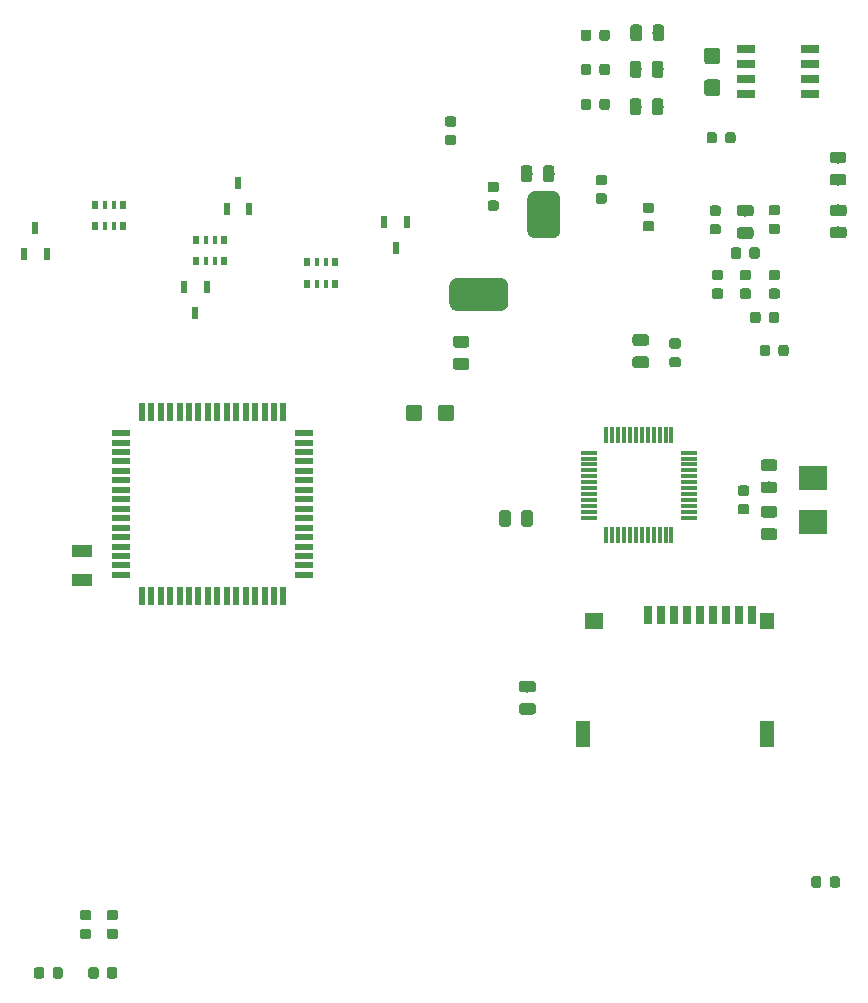
<source format=gbr>
G04 #@! TF.GenerationSoftware,KiCad,Pcbnew,5.1.4-e60b266~84~ubuntu18.04.1*
G04 #@! TF.CreationDate,2019-09-03T22:39:15+03:00*
G04 #@! TF.ProjectId,Dreamstalker-PRO-v1,44726561-6d73-4746-916c-6b65722d5052,v1.0*
G04 #@! TF.SameCoordinates,Original*
G04 #@! TF.FileFunction,Paste,Bot*
G04 #@! TF.FilePolarity,Positive*
%FSLAX46Y46*%
G04 Gerber Fmt 4.6, Leading zero omitted, Abs format (unit mm)*
G04 Created by KiCad (PCBNEW 5.1.4-e60b266~84~ubuntu18.04.1) date 2019-09-03 22:39:15*
%MOMM*%
%LPD*%
G04 APERTURE LIST*
%ADD10R,1.500000X0.600000*%
%ADD11R,0.600000X1.500000*%
%ADD12C,0.100000*%
%ADD13C,0.975000*%
%ADD14R,1.800000X1.000000*%
%ADD15R,1.200000X2.200000*%
%ADD16R,0.700000X1.600000*%
%ADD17R,1.200000X1.400000*%
%ADD18R,1.600000X1.400000*%
%ADD19R,1.550000X0.650000*%
%ADD20R,1.475000X0.300000*%
%ADD21R,0.300000X1.475000*%
%ADD22R,2.400000X2.000000*%
%ADD23C,2.800000*%
%ADD24C,0.875000*%
%ADD25C,1.350000*%
%ADD26R,0.500000X0.800000*%
%ADD27R,0.400000X0.800000*%
%ADD28R,0.600000X1.050000*%
G04 APERTURE END LIST*
D10*
X118500000Y-90000000D03*
X118500000Y-89200000D03*
X118500000Y-88400000D03*
X118500000Y-87600000D03*
X118500000Y-86800000D03*
X118500000Y-86000000D03*
X118500000Y-85200000D03*
X118500000Y-84400000D03*
X118500000Y-83600000D03*
X118500000Y-82800000D03*
X118500000Y-82000000D03*
X118500000Y-81200000D03*
X118500000Y-80400000D03*
X118500000Y-79600000D03*
X118500000Y-78800000D03*
X118500000Y-78000000D03*
D11*
X116750000Y-76250000D03*
X115950000Y-76250000D03*
X115150000Y-76250000D03*
X114350000Y-76250000D03*
X113550000Y-76250000D03*
X112750000Y-76250000D03*
X111950000Y-76250000D03*
X111150000Y-76250000D03*
X110350000Y-76250000D03*
X109550000Y-76250000D03*
X108750000Y-76250000D03*
X107950000Y-76250000D03*
X107150000Y-76250000D03*
X106350000Y-76250000D03*
X105550000Y-76250000D03*
X104750000Y-76250000D03*
D10*
X103000000Y-78000000D03*
X103000000Y-78800000D03*
X103000000Y-79600000D03*
X103000000Y-80400000D03*
X103000000Y-81200000D03*
X103000000Y-82000000D03*
X103000000Y-82800000D03*
X103000000Y-83600000D03*
X103000000Y-84400000D03*
X103000000Y-85200000D03*
X103000000Y-86000000D03*
X103000000Y-86800000D03*
X103000000Y-87600000D03*
X103000000Y-88400000D03*
X103000000Y-89200000D03*
X103000000Y-90000000D03*
D11*
X104750000Y-91750000D03*
X105550000Y-91750000D03*
X106350000Y-91750000D03*
X107150000Y-91750000D03*
X107950000Y-91750000D03*
X108750000Y-91750000D03*
X109550000Y-91750000D03*
X110350000Y-91750000D03*
X111150000Y-91750000D03*
X111950000Y-91750000D03*
X112750000Y-91750000D03*
X113550000Y-91750000D03*
X114350000Y-91750000D03*
X115150000Y-91750000D03*
X115950000Y-91750000D03*
X116750000Y-91750000D03*
D12*
G36*
X139475142Y-55331174D02*
G01*
X139498803Y-55334684D01*
X139522007Y-55340496D01*
X139544529Y-55348554D01*
X139566153Y-55358782D01*
X139586670Y-55371079D01*
X139605883Y-55385329D01*
X139623607Y-55401393D01*
X139639671Y-55419117D01*
X139653921Y-55438330D01*
X139666218Y-55458847D01*
X139676446Y-55480471D01*
X139684504Y-55502993D01*
X139690316Y-55526197D01*
X139693826Y-55549858D01*
X139695000Y-55573750D01*
X139695000Y-56486250D01*
X139693826Y-56510142D01*
X139690316Y-56533803D01*
X139684504Y-56557007D01*
X139676446Y-56579529D01*
X139666218Y-56601153D01*
X139653921Y-56621670D01*
X139639671Y-56640883D01*
X139623607Y-56658607D01*
X139605883Y-56674671D01*
X139586670Y-56688921D01*
X139566153Y-56701218D01*
X139544529Y-56711446D01*
X139522007Y-56719504D01*
X139498803Y-56725316D01*
X139475142Y-56728826D01*
X139451250Y-56730000D01*
X138963750Y-56730000D01*
X138939858Y-56728826D01*
X138916197Y-56725316D01*
X138892993Y-56719504D01*
X138870471Y-56711446D01*
X138848847Y-56701218D01*
X138828330Y-56688921D01*
X138809117Y-56674671D01*
X138791393Y-56658607D01*
X138775329Y-56640883D01*
X138761079Y-56621670D01*
X138748782Y-56601153D01*
X138738554Y-56579529D01*
X138730496Y-56557007D01*
X138724684Y-56533803D01*
X138721174Y-56510142D01*
X138720000Y-56486250D01*
X138720000Y-55573750D01*
X138721174Y-55549858D01*
X138724684Y-55526197D01*
X138730496Y-55502993D01*
X138738554Y-55480471D01*
X138748782Y-55458847D01*
X138761079Y-55438330D01*
X138775329Y-55419117D01*
X138791393Y-55401393D01*
X138809117Y-55385329D01*
X138828330Y-55371079D01*
X138848847Y-55358782D01*
X138870471Y-55348554D01*
X138892993Y-55340496D01*
X138916197Y-55334684D01*
X138939858Y-55331174D01*
X138963750Y-55330000D01*
X139451250Y-55330000D01*
X139475142Y-55331174D01*
X139475142Y-55331174D01*
G37*
D13*
X139207500Y-56030000D03*
D12*
G36*
X137600142Y-55331174D02*
G01*
X137623803Y-55334684D01*
X137647007Y-55340496D01*
X137669529Y-55348554D01*
X137691153Y-55358782D01*
X137711670Y-55371079D01*
X137730883Y-55385329D01*
X137748607Y-55401393D01*
X137764671Y-55419117D01*
X137778921Y-55438330D01*
X137791218Y-55458847D01*
X137801446Y-55480471D01*
X137809504Y-55502993D01*
X137815316Y-55526197D01*
X137818826Y-55549858D01*
X137820000Y-55573750D01*
X137820000Y-56486250D01*
X137818826Y-56510142D01*
X137815316Y-56533803D01*
X137809504Y-56557007D01*
X137801446Y-56579529D01*
X137791218Y-56601153D01*
X137778921Y-56621670D01*
X137764671Y-56640883D01*
X137748607Y-56658607D01*
X137730883Y-56674671D01*
X137711670Y-56688921D01*
X137691153Y-56701218D01*
X137669529Y-56711446D01*
X137647007Y-56719504D01*
X137623803Y-56725316D01*
X137600142Y-56728826D01*
X137576250Y-56730000D01*
X137088750Y-56730000D01*
X137064858Y-56728826D01*
X137041197Y-56725316D01*
X137017993Y-56719504D01*
X136995471Y-56711446D01*
X136973847Y-56701218D01*
X136953330Y-56688921D01*
X136934117Y-56674671D01*
X136916393Y-56658607D01*
X136900329Y-56640883D01*
X136886079Y-56621670D01*
X136873782Y-56601153D01*
X136863554Y-56579529D01*
X136855496Y-56557007D01*
X136849684Y-56533803D01*
X136846174Y-56510142D01*
X136845000Y-56486250D01*
X136845000Y-55573750D01*
X136846174Y-55549858D01*
X136849684Y-55526197D01*
X136855496Y-55502993D01*
X136863554Y-55480471D01*
X136873782Y-55458847D01*
X136886079Y-55438330D01*
X136900329Y-55419117D01*
X136916393Y-55401393D01*
X136934117Y-55385329D01*
X136953330Y-55371079D01*
X136973847Y-55358782D01*
X136995471Y-55348554D01*
X137017993Y-55340496D01*
X137041197Y-55334684D01*
X137064858Y-55331174D01*
X137088750Y-55330000D01*
X137576250Y-55330000D01*
X137600142Y-55331174D01*
X137600142Y-55331174D01*
G37*
D13*
X137332500Y-56030000D03*
D12*
G36*
X164210142Y-58646174D02*
G01*
X164233803Y-58649684D01*
X164257007Y-58655496D01*
X164279529Y-58663554D01*
X164301153Y-58673782D01*
X164321670Y-58686079D01*
X164340883Y-58700329D01*
X164358607Y-58716393D01*
X164374671Y-58734117D01*
X164388921Y-58753330D01*
X164401218Y-58773847D01*
X164411446Y-58795471D01*
X164419504Y-58817993D01*
X164425316Y-58841197D01*
X164428826Y-58864858D01*
X164430000Y-58888750D01*
X164430000Y-59376250D01*
X164428826Y-59400142D01*
X164425316Y-59423803D01*
X164419504Y-59447007D01*
X164411446Y-59469529D01*
X164401218Y-59491153D01*
X164388921Y-59511670D01*
X164374671Y-59530883D01*
X164358607Y-59548607D01*
X164340883Y-59564671D01*
X164321670Y-59578921D01*
X164301153Y-59591218D01*
X164279529Y-59601446D01*
X164257007Y-59609504D01*
X164233803Y-59615316D01*
X164210142Y-59618826D01*
X164186250Y-59620000D01*
X163273750Y-59620000D01*
X163249858Y-59618826D01*
X163226197Y-59615316D01*
X163202993Y-59609504D01*
X163180471Y-59601446D01*
X163158847Y-59591218D01*
X163138330Y-59578921D01*
X163119117Y-59564671D01*
X163101393Y-59548607D01*
X163085329Y-59530883D01*
X163071079Y-59511670D01*
X163058782Y-59491153D01*
X163048554Y-59469529D01*
X163040496Y-59447007D01*
X163034684Y-59423803D01*
X163031174Y-59400142D01*
X163030000Y-59376250D01*
X163030000Y-58888750D01*
X163031174Y-58864858D01*
X163034684Y-58841197D01*
X163040496Y-58817993D01*
X163048554Y-58795471D01*
X163058782Y-58773847D01*
X163071079Y-58753330D01*
X163085329Y-58734117D01*
X163101393Y-58716393D01*
X163119117Y-58700329D01*
X163138330Y-58686079D01*
X163158847Y-58673782D01*
X163180471Y-58663554D01*
X163202993Y-58655496D01*
X163226197Y-58649684D01*
X163249858Y-58646174D01*
X163273750Y-58645000D01*
X164186250Y-58645000D01*
X164210142Y-58646174D01*
X164210142Y-58646174D01*
G37*
D13*
X163730000Y-59132500D03*
D12*
G36*
X164210142Y-60521174D02*
G01*
X164233803Y-60524684D01*
X164257007Y-60530496D01*
X164279529Y-60538554D01*
X164301153Y-60548782D01*
X164321670Y-60561079D01*
X164340883Y-60575329D01*
X164358607Y-60591393D01*
X164374671Y-60609117D01*
X164388921Y-60628330D01*
X164401218Y-60648847D01*
X164411446Y-60670471D01*
X164419504Y-60692993D01*
X164425316Y-60716197D01*
X164428826Y-60739858D01*
X164430000Y-60763750D01*
X164430000Y-61251250D01*
X164428826Y-61275142D01*
X164425316Y-61298803D01*
X164419504Y-61322007D01*
X164411446Y-61344529D01*
X164401218Y-61366153D01*
X164388921Y-61386670D01*
X164374671Y-61405883D01*
X164358607Y-61423607D01*
X164340883Y-61439671D01*
X164321670Y-61453921D01*
X164301153Y-61466218D01*
X164279529Y-61476446D01*
X164257007Y-61484504D01*
X164233803Y-61490316D01*
X164210142Y-61493826D01*
X164186250Y-61495000D01*
X163273750Y-61495000D01*
X163249858Y-61493826D01*
X163226197Y-61490316D01*
X163202993Y-61484504D01*
X163180471Y-61476446D01*
X163158847Y-61466218D01*
X163138330Y-61453921D01*
X163119117Y-61439671D01*
X163101393Y-61423607D01*
X163085329Y-61405883D01*
X163071079Y-61386670D01*
X163058782Y-61366153D01*
X163048554Y-61344529D01*
X163040496Y-61322007D01*
X163034684Y-61298803D01*
X163031174Y-61275142D01*
X163030000Y-61251250D01*
X163030000Y-60763750D01*
X163031174Y-60739858D01*
X163034684Y-60716197D01*
X163040496Y-60692993D01*
X163048554Y-60670471D01*
X163058782Y-60648847D01*
X163071079Y-60628330D01*
X163085329Y-60609117D01*
X163101393Y-60591393D01*
X163119117Y-60575329D01*
X163138330Y-60561079D01*
X163158847Y-60548782D01*
X163180471Y-60538554D01*
X163202993Y-60530496D01*
X163226197Y-60524684D01*
X163249858Y-60521174D01*
X163273750Y-60520000D01*
X164186250Y-60520000D01*
X164210142Y-60521174D01*
X164210142Y-60521174D01*
G37*
D13*
X163730000Y-61007500D03*
D14*
X99700000Y-87950000D03*
X99700000Y-90450000D03*
D15*
X142150000Y-103500000D03*
X157650000Y-103500000D03*
D16*
X156450000Y-93400000D03*
X155350000Y-93400000D03*
X154250000Y-93400000D03*
X153150000Y-93400000D03*
X152050000Y-93400000D03*
X150950000Y-93400000D03*
X149850000Y-93400000D03*
X148750000Y-93400000D03*
X147650000Y-93400000D03*
D17*
X157650000Y-93900000D03*
D18*
X143050000Y-93900000D03*
D19*
X155875000Y-45495000D03*
X155875000Y-46765000D03*
X155875000Y-48035000D03*
X155875000Y-49305000D03*
X161325000Y-49305000D03*
X161325000Y-48035000D03*
X161325000Y-46765000D03*
X161325000Y-45495000D03*
D20*
X142612000Y-79650000D03*
X142612000Y-80150000D03*
X142612000Y-80650000D03*
X142612000Y-81150000D03*
X142612000Y-81650000D03*
X142612000Y-82150000D03*
X142612000Y-82650000D03*
X142612000Y-83150000D03*
X142612000Y-83650000D03*
X142612000Y-84150000D03*
X142612000Y-84650000D03*
X142612000Y-85150000D03*
D21*
X144100000Y-86638000D03*
X144600000Y-86638000D03*
X145100000Y-86638000D03*
X145600000Y-86638000D03*
X146100000Y-86638000D03*
X146600000Y-86638000D03*
X147100000Y-86638000D03*
X147600000Y-86638000D03*
X148100000Y-86638000D03*
X148600000Y-86638000D03*
X149100000Y-86638000D03*
X149600000Y-86638000D03*
D20*
X151088000Y-85150000D03*
X151088000Y-84650000D03*
X151088000Y-84150000D03*
X151088000Y-83650000D03*
X151088000Y-83150000D03*
X151088000Y-82650000D03*
X151088000Y-82150000D03*
X151088000Y-81650000D03*
X151088000Y-81150000D03*
X151088000Y-80650000D03*
X151088000Y-80150000D03*
X151088000Y-79650000D03*
D21*
X149600000Y-78162000D03*
X149100000Y-78162000D03*
X148600000Y-78162000D03*
X148100000Y-78162000D03*
X147600000Y-78162000D03*
X147100000Y-78162000D03*
X146600000Y-78162000D03*
X146100000Y-78162000D03*
X145600000Y-78162000D03*
X145100000Y-78162000D03*
X144600000Y-78162000D03*
X144100000Y-78162000D03*
D22*
X161600000Y-81800000D03*
X161600000Y-85500000D03*
D12*
G36*
X139568612Y-57503371D02*
G01*
X139636563Y-57513450D01*
X139703199Y-57530142D01*
X139767878Y-57553284D01*
X139829978Y-57582655D01*
X139888899Y-57617971D01*
X139944075Y-57658893D01*
X139994975Y-57705025D01*
X140041107Y-57755925D01*
X140082029Y-57811101D01*
X140117345Y-57870022D01*
X140146716Y-57932122D01*
X140169858Y-57996801D01*
X140186550Y-58063437D01*
X140196629Y-58131388D01*
X140200000Y-58200000D01*
X140200000Y-60800000D01*
X140196629Y-60868612D01*
X140186550Y-60936563D01*
X140169858Y-61003199D01*
X140146716Y-61067878D01*
X140117345Y-61129978D01*
X140082029Y-61188899D01*
X140041107Y-61244075D01*
X139994975Y-61294975D01*
X139944075Y-61341107D01*
X139888899Y-61382029D01*
X139829978Y-61417345D01*
X139767878Y-61446716D01*
X139703199Y-61469858D01*
X139636563Y-61486550D01*
X139568612Y-61496629D01*
X139500000Y-61500000D01*
X138100000Y-61500000D01*
X138031388Y-61496629D01*
X137963437Y-61486550D01*
X137896801Y-61469858D01*
X137832122Y-61446716D01*
X137770022Y-61417345D01*
X137711101Y-61382029D01*
X137655925Y-61341107D01*
X137605025Y-61294975D01*
X137558893Y-61244075D01*
X137517971Y-61188899D01*
X137482655Y-61129978D01*
X137453284Y-61067878D01*
X137430142Y-61003199D01*
X137413450Y-60936563D01*
X137403371Y-60868612D01*
X137400000Y-60800000D01*
X137400000Y-58200000D01*
X137403371Y-58131388D01*
X137413450Y-58063437D01*
X137430142Y-57996801D01*
X137453284Y-57932122D01*
X137482655Y-57870022D01*
X137517971Y-57811101D01*
X137558893Y-57755925D01*
X137605025Y-57705025D01*
X137655925Y-57658893D01*
X137711101Y-57617971D01*
X137770022Y-57582655D01*
X137832122Y-57553284D01*
X137896801Y-57530142D01*
X137963437Y-57513450D01*
X138031388Y-57503371D01*
X138100000Y-57500000D01*
X139500000Y-57500000D01*
X139568612Y-57503371D01*
X139568612Y-57503371D01*
G37*
D23*
X138800000Y-59500000D03*
D12*
G36*
X135168612Y-64853371D02*
G01*
X135236563Y-64863450D01*
X135303199Y-64880142D01*
X135367878Y-64903284D01*
X135429978Y-64932655D01*
X135488899Y-64967971D01*
X135544075Y-65008893D01*
X135594975Y-65055025D01*
X135641107Y-65105925D01*
X135682029Y-65161101D01*
X135717345Y-65220022D01*
X135746716Y-65282122D01*
X135769858Y-65346801D01*
X135786550Y-65413437D01*
X135796629Y-65481388D01*
X135800000Y-65550000D01*
X135800000Y-66950000D01*
X135796629Y-67018612D01*
X135786550Y-67086563D01*
X135769858Y-67153199D01*
X135746716Y-67217878D01*
X135717345Y-67279978D01*
X135682029Y-67338899D01*
X135641107Y-67394075D01*
X135594975Y-67444975D01*
X135544075Y-67491107D01*
X135488899Y-67532029D01*
X135429978Y-67567345D01*
X135367878Y-67596716D01*
X135303199Y-67619858D01*
X135236563Y-67636550D01*
X135168612Y-67646629D01*
X135100000Y-67650000D01*
X131500000Y-67650000D01*
X131431388Y-67646629D01*
X131363437Y-67636550D01*
X131296801Y-67619858D01*
X131232122Y-67596716D01*
X131170022Y-67567345D01*
X131111101Y-67532029D01*
X131055925Y-67491107D01*
X131005025Y-67444975D01*
X130958893Y-67394075D01*
X130917971Y-67338899D01*
X130882655Y-67279978D01*
X130853284Y-67217878D01*
X130830142Y-67153199D01*
X130813450Y-67086563D01*
X130803371Y-67018612D01*
X130800000Y-66950000D01*
X130800000Y-65550000D01*
X130803371Y-65481388D01*
X130813450Y-65413437D01*
X130830142Y-65346801D01*
X130853284Y-65282122D01*
X130882655Y-65220022D01*
X130917971Y-65161101D01*
X130958893Y-65105925D01*
X131005025Y-65055025D01*
X131055925Y-65008893D01*
X131111101Y-64967971D01*
X131170022Y-64932655D01*
X131232122Y-64903284D01*
X131296801Y-64880142D01*
X131363437Y-64863450D01*
X131431388Y-64853371D01*
X131500000Y-64850000D01*
X135100000Y-64850000D01*
X135168612Y-64853371D01*
X135168612Y-64853371D01*
G37*
D23*
X133300000Y-66250000D03*
D12*
G36*
X148705142Y-49651174D02*
G01*
X148728803Y-49654684D01*
X148752007Y-49660496D01*
X148774529Y-49668554D01*
X148796153Y-49678782D01*
X148816670Y-49691079D01*
X148835883Y-49705329D01*
X148853607Y-49721393D01*
X148869671Y-49739117D01*
X148883921Y-49758330D01*
X148896218Y-49778847D01*
X148906446Y-49800471D01*
X148914504Y-49822993D01*
X148920316Y-49846197D01*
X148923826Y-49869858D01*
X148925000Y-49893750D01*
X148925000Y-50806250D01*
X148923826Y-50830142D01*
X148920316Y-50853803D01*
X148914504Y-50877007D01*
X148906446Y-50899529D01*
X148896218Y-50921153D01*
X148883921Y-50941670D01*
X148869671Y-50960883D01*
X148853607Y-50978607D01*
X148835883Y-50994671D01*
X148816670Y-51008921D01*
X148796153Y-51021218D01*
X148774529Y-51031446D01*
X148752007Y-51039504D01*
X148728803Y-51045316D01*
X148705142Y-51048826D01*
X148681250Y-51050000D01*
X148193750Y-51050000D01*
X148169858Y-51048826D01*
X148146197Y-51045316D01*
X148122993Y-51039504D01*
X148100471Y-51031446D01*
X148078847Y-51021218D01*
X148058330Y-51008921D01*
X148039117Y-50994671D01*
X148021393Y-50978607D01*
X148005329Y-50960883D01*
X147991079Y-50941670D01*
X147978782Y-50921153D01*
X147968554Y-50899529D01*
X147960496Y-50877007D01*
X147954684Y-50853803D01*
X147951174Y-50830142D01*
X147950000Y-50806250D01*
X147950000Y-49893750D01*
X147951174Y-49869858D01*
X147954684Y-49846197D01*
X147960496Y-49822993D01*
X147968554Y-49800471D01*
X147978782Y-49778847D01*
X147991079Y-49758330D01*
X148005329Y-49739117D01*
X148021393Y-49721393D01*
X148039117Y-49705329D01*
X148058330Y-49691079D01*
X148078847Y-49678782D01*
X148100471Y-49668554D01*
X148122993Y-49660496D01*
X148146197Y-49654684D01*
X148169858Y-49651174D01*
X148193750Y-49650000D01*
X148681250Y-49650000D01*
X148705142Y-49651174D01*
X148705142Y-49651174D01*
G37*
D13*
X148437500Y-50350000D03*
D12*
G36*
X146830142Y-49651174D02*
G01*
X146853803Y-49654684D01*
X146877007Y-49660496D01*
X146899529Y-49668554D01*
X146921153Y-49678782D01*
X146941670Y-49691079D01*
X146960883Y-49705329D01*
X146978607Y-49721393D01*
X146994671Y-49739117D01*
X147008921Y-49758330D01*
X147021218Y-49778847D01*
X147031446Y-49800471D01*
X147039504Y-49822993D01*
X147045316Y-49846197D01*
X147048826Y-49869858D01*
X147050000Y-49893750D01*
X147050000Y-50806250D01*
X147048826Y-50830142D01*
X147045316Y-50853803D01*
X147039504Y-50877007D01*
X147031446Y-50899529D01*
X147021218Y-50921153D01*
X147008921Y-50941670D01*
X146994671Y-50960883D01*
X146978607Y-50978607D01*
X146960883Y-50994671D01*
X146941670Y-51008921D01*
X146921153Y-51021218D01*
X146899529Y-51031446D01*
X146877007Y-51039504D01*
X146853803Y-51045316D01*
X146830142Y-51048826D01*
X146806250Y-51050000D01*
X146318750Y-51050000D01*
X146294858Y-51048826D01*
X146271197Y-51045316D01*
X146247993Y-51039504D01*
X146225471Y-51031446D01*
X146203847Y-51021218D01*
X146183330Y-51008921D01*
X146164117Y-50994671D01*
X146146393Y-50978607D01*
X146130329Y-50960883D01*
X146116079Y-50941670D01*
X146103782Y-50921153D01*
X146093554Y-50899529D01*
X146085496Y-50877007D01*
X146079684Y-50853803D01*
X146076174Y-50830142D01*
X146075000Y-50806250D01*
X146075000Y-49893750D01*
X146076174Y-49869858D01*
X146079684Y-49846197D01*
X146085496Y-49822993D01*
X146093554Y-49800471D01*
X146103782Y-49778847D01*
X146116079Y-49758330D01*
X146130329Y-49739117D01*
X146146393Y-49721393D01*
X146164117Y-49705329D01*
X146183330Y-49691079D01*
X146203847Y-49678782D01*
X146225471Y-49668554D01*
X146247993Y-49660496D01*
X146271197Y-49654684D01*
X146294858Y-49651174D01*
X146318750Y-49650000D01*
X146806250Y-49650000D01*
X146830142Y-49651174D01*
X146830142Y-49651174D01*
G37*
D13*
X146562500Y-50350000D03*
D12*
G36*
X144177691Y-49676053D02*
G01*
X144198926Y-49679203D01*
X144219750Y-49684419D01*
X144239962Y-49691651D01*
X144259368Y-49700830D01*
X144277781Y-49711866D01*
X144295024Y-49724654D01*
X144310930Y-49739070D01*
X144325346Y-49754976D01*
X144338134Y-49772219D01*
X144349170Y-49790632D01*
X144358349Y-49810038D01*
X144365581Y-49830250D01*
X144370797Y-49851074D01*
X144373947Y-49872309D01*
X144375000Y-49893750D01*
X144375000Y-50406250D01*
X144373947Y-50427691D01*
X144370797Y-50448926D01*
X144365581Y-50469750D01*
X144358349Y-50489962D01*
X144349170Y-50509368D01*
X144338134Y-50527781D01*
X144325346Y-50545024D01*
X144310930Y-50560930D01*
X144295024Y-50575346D01*
X144277781Y-50588134D01*
X144259368Y-50599170D01*
X144239962Y-50608349D01*
X144219750Y-50615581D01*
X144198926Y-50620797D01*
X144177691Y-50623947D01*
X144156250Y-50625000D01*
X143718750Y-50625000D01*
X143697309Y-50623947D01*
X143676074Y-50620797D01*
X143655250Y-50615581D01*
X143635038Y-50608349D01*
X143615632Y-50599170D01*
X143597219Y-50588134D01*
X143579976Y-50575346D01*
X143564070Y-50560930D01*
X143549654Y-50545024D01*
X143536866Y-50527781D01*
X143525830Y-50509368D01*
X143516651Y-50489962D01*
X143509419Y-50469750D01*
X143504203Y-50448926D01*
X143501053Y-50427691D01*
X143500000Y-50406250D01*
X143500000Y-49893750D01*
X143501053Y-49872309D01*
X143504203Y-49851074D01*
X143509419Y-49830250D01*
X143516651Y-49810038D01*
X143525830Y-49790632D01*
X143536866Y-49772219D01*
X143549654Y-49754976D01*
X143564070Y-49739070D01*
X143579976Y-49724654D01*
X143597219Y-49711866D01*
X143615632Y-49700830D01*
X143635038Y-49691651D01*
X143655250Y-49684419D01*
X143676074Y-49679203D01*
X143697309Y-49676053D01*
X143718750Y-49675000D01*
X144156250Y-49675000D01*
X144177691Y-49676053D01*
X144177691Y-49676053D01*
G37*
D24*
X143937500Y-50150000D03*
D12*
G36*
X142602691Y-49676053D02*
G01*
X142623926Y-49679203D01*
X142644750Y-49684419D01*
X142664962Y-49691651D01*
X142684368Y-49700830D01*
X142702781Y-49711866D01*
X142720024Y-49724654D01*
X142735930Y-49739070D01*
X142750346Y-49754976D01*
X142763134Y-49772219D01*
X142774170Y-49790632D01*
X142783349Y-49810038D01*
X142790581Y-49830250D01*
X142795797Y-49851074D01*
X142798947Y-49872309D01*
X142800000Y-49893750D01*
X142800000Y-50406250D01*
X142798947Y-50427691D01*
X142795797Y-50448926D01*
X142790581Y-50469750D01*
X142783349Y-50489962D01*
X142774170Y-50509368D01*
X142763134Y-50527781D01*
X142750346Y-50545024D01*
X142735930Y-50560930D01*
X142720024Y-50575346D01*
X142702781Y-50588134D01*
X142684368Y-50599170D01*
X142664962Y-50608349D01*
X142644750Y-50615581D01*
X142623926Y-50620797D01*
X142602691Y-50623947D01*
X142581250Y-50625000D01*
X142143750Y-50625000D01*
X142122309Y-50623947D01*
X142101074Y-50620797D01*
X142080250Y-50615581D01*
X142060038Y-50608349D01*
X142040632Y-50599170D01*
X142022219Y-50588134D01*
X142004976Y-50575346D01*
X141989070Y-50560930D01*
X141974654Y-50545024D01*
X141961866Y-50527781D01*
X141950830Y-50509368D01*
X141941651Y-50489962D01*
X141934419Y-50469750D01*
X141929203Y-50448926D01*
X141926053Y-50427691D01*
X141925000Y-50406250D01*
X141925000Y-49893750D01*
X141926053Y-49872309D01*
X141929203Y-49851074D01*
X141934419Y-49830250D01*
X141941651Y-49810038D01*
X141950830Y-49790632D01*
X141961866Y-49772219D01*
X141974654Y-49754976D01*
X141989070Y-49739070D01*
X142004976Y-49724654D01*
X142022219Y-49711866D01*
X142040632Y-49700830D01*
X142060038Y-49691651D01*
X142080250Y-49684419D01*
X142101074Y-49679203D01*
X142122309Y-49676053D01*
X142143750Y-49675000D01*
X142581250Y-49675000D01*
X142602691Y-49676053D01*
X142602691Y-49676053D01*
G37*
D24*
X142362500Y-50150000D03*
D12*
G36*
X146880142Y-43401174D02*
G01*
X146903803Y-43404684D01*
X146927007Y-43410496D01*
X146949529Y-43418554D01*
X146971153Y-43428782D01*
X146991670Y-43441079D01*
X147010883Y-43455329D01*
X147028607Y-43471393D01*
X147044671Y-43489117D01*
X147058921Y-43508330D01*
X147071218Y-43528847D01*
X147081446Y-43550471D01*
X147089504Y-43572993D01*
X147095316Y-43596197D01*
X147098826Y-43619858D01*
X147100000Y-43643750D01*
X147100000Y-44556250D01*
X147098826Y-44580142D01*
X147095316Y-44603803D01*
X147089504Y-44627007D01*
X147081446Y-44649529D01*
X147071218Y-44671153D01*
X147058921Y-44691670D01*
X147044671Y-44710883D01*
X147028607Y-44728607D01*
X147010883Y-44744671D01*
X146991670Y-44758921D01*
X146971153Y-44771218D01*
X146949529Y-44781446D01*
X146927007Y-44789504D01*
X146903803Y-44795316D01*
X146880142Y-44798826D01*
X146856250Y-44800000D01*
X146368750Y-44800000D01*
X146344858Y-44798826D01*
X146321197Y-44795316D01*
X146297993Y-44789504D01*
X146275471Y-44781446D01*
X146253847Y-44771218D01*
X146233330Y-44758921D01*
X146214117Y-44744671D01*
X146196393Y-44728607D01*
X146180329Y-44710883D01*
X146166079Y-44691670D01*
X146153782Y-44671153D01*
X146143554Y-44649529D01*
X146135496Y-44627007D01*
X146129684Y-44603803D01*
X146126174Y-44580142D01*
X146125000Y-44556250D01*
X146125000Y-43643750D01*
X146126174Y-43619858D01*
X146129684Y-43596197D01*
X146135496Y-43572993D01*
X146143554Y-43550471D01*
X146153782Y-43528847D01*
X146166079Y-43508330D01*
X146180329Y-43489117D01*
X146196393Y-43471393D01*
X146214117Y-43455329D01*
X146233330Y-43441079D01*
X146253847Y-43428782D01*
X146275471Y-43418554D01*
X146297993Y-43410496D01*
X146321197Y-43404684D01*
X146344858Y-43401174D01*
X146368750Y-43400000D01*
X146856250Y-43400000D01*
X146880142Y-43401174D01*
X146880142Y-43401174D01*
G37*
D13*
X146612500Y-44100000D03*
D12*
G36*
X148755142Y-43401174D02*
G01*
X148778803Y-43404684D01*
X148802007Y-43410496D01*
X148824529Y-43418554D01*
X148846153Y-43428782D01*
X148866670Y-43441079D01*
X148885883Y-43455329D01*
X148903607Y-43471393D01*
X148919671Y-43489117D01*
X148933921Y-43508330D01*
X148946218Y-43528847D01*
X148956446Y-43550471D01*
X148964504Y-43572993D01*
X148970316Y-43596197D01*
X148973826Y-43619858D01*
X148975000Y-43643750D01*
X148975000Y-44556250D01*
X148973826Y-44580142D01*
X148970316Y-44603803D01*
X148964504Y-44627007D01*
X148956446Y-44649529D01*
X148946218Y-44671153D01*
X148933921Y-44691670D01*
X148919671Y-44710883D01*
X148903607Y-44728607D01*
X148885883Y-44744671D01*
X148866670Y-44758921D01*
X148846153Y-44771218D01*
X148824529Y-44781446D01*
X148802007Y-44789504D01*
X148778803Y-44795316D01*
X148755142Y-44798826D01*
X148731250Y-44800000D01*
X148243750Y-44800000D01*
X148219858Y-44798826D01*
X148196197Y-44795316D01*
X148172993Y-44789504D01*
X148150471Y-44781446D01*
X148128847Y-44771218D01*
X148108330Y-44758921D01*
X148089117Y-44744671D01*
X148071393Y-44728607D01*
X148055329Y-44710883D01*
X148041079Y-44691670D01*
X148028782Y-44671153D01*
X148018554Y-44649529D01*
X148010496Y-44627007D01*
X148004684Y-44603803D01*
X148001174Y-44580142D01*
X148000000Y-44556250D01*
X148000000Y-43643750D01*
X148001174Y-43619858D01*
X148004684Y-43596197D01*
X148010496Y-43572993D01*
X148018554Y-43550471D01*
X148028782Y-43528847D01*
X148041079Y-43508330D01*
X148055329Y-43489117D01*
X148071393Y-43471393D01*
X148089117Y-43455329D01*
X148108330Y-43441079D01*
X148128847Y-43428782D01*
X148150471Y-43418554D01*
X148172993Y-43410496D01*
X148196197Y-43404684D01*
X148219858Y-43401174D01*
X148243750Y-43400000D01*
X148731250Y-43400000D01*
X148755142Y-43401174D01*
X148755142Y-43401174D01*
G37*
D13*
X148487500Y-44100000D03*
D12*
G36*
X148705142Y-46501174D02*
G01*
X148728803Y-46504684D01*
X148752007Y-46510496D01*
X148774529Y-46518554D01*
X148796153Y-46528782D01*
X148816670Y-46541079D01*
X148835883Y-46555329D01*
X148853607Y-46571393D01*
X148869671Y-46589117D01*
X148883921Y-46608330D01*
X148896218Y-46628847D01*
X148906446Y-46650471D01*
X148914504Y-46672993D01*
X148920316Y-46696197D01*
X148923826Y-46719858D01*
X148925000Y-46743750D01*
X148925000Y-47656250D01*
X148923826Y-47680142D01*
X148920316Y-47703803D01*
X148914504Y-47727007D01*
X148906446Y-47749529D01*
X148896218Y-47771153D01*
X148883921Y-47791670D01*
X148869671Y-47810883D01*
X148853607Y-47828607D01*
X148835883Y-47844671D01*
X148816670Y-47858921D01*
X148796153Y-47871218D01*
X148774529Y-47881446D01*
X148752007Y-47889504D01*
X148728803Y-47895316D01*
X148705142Y-47898826D01*
X148681250Y-47900000D01*
X148193750Y-47900000D01*
X148169858Y-47898826D01*
X148146197Y-47895316D01*
X148122993Y-47889504D01*
X148100471Y-47881446D01*
X148078847Y-47871218D01*
X148058330Y-47858921D01*
X148039117Y-47844671D01*
X148021393Y-47828607D01*
X148005329Y-47810883D01*
X147991079Y-47791670D01*
X147978782Y-47771153D01*
X147968554Y-47749529D01*
X147960496Y-47727007D01*
X147954684Y-47703803D01*
X147951174Y-47680142D01*
X147950000Y-47656250D01*
X147950000Y-46743750D01*
X147951174Y-46719858D01*
X147954684Y-46696197D01*
X147960496Y-46672993D01*
X147968554Y-46650471D01*
X147978782Y-46628847D01*
X147991079Y-46608330D01*
X148005329Y-46589117D01*
X148021393Y-46571393D01*
X148039117Y-46555329D01*
X148058330Y-46541079D01*
X148078847Y-46528782D01*
X148100471Y-46518554D01*
X148122993Y-46510496D01*
X148146197Y-46504684D01*
X148169858Y-46501174D01*
X148193750Y-46500000D01*
X148681250Y-46500000D01*
X148705142Y-46501174D01*
X148705142Y-46501174D01*
G37*
D13*
X148437500Y-47200000D03*
D12*
G36*
X146830142Y-46501174D02*
G01*
X146853803Y-46504684D01*
X146877007Y-46510496D01*
X146899529Y-46518554D01*
X146921153Y-46528782D01*
X146941670Y-46541079D01*
X146960883Y-46555329D01*
X146978607Y-46571393D01*
X146994671Y-46589117D01*
X147008921Y-46608330D01*
X147021218Y-46628847D01*
X147031446Y-46650471D01*
X147039504Y-46672993D01*
X147045316Y-46696197D01*
X147048826Y-46719858D01*
X147050000Y-46743750D01*
X147050000Y-47656250D01*
X147048826Y-47680142D01*
X147045316Y-47703803D01*
X147039504Y-47727007D01*
X147031446Y-47749529D01*
X147021218Y-47771153D01*
X147008921Y-47791670D01*
X146994671Y-47810883D01*
X146978607Y-47828607D01*
X146960883Y-47844671D01*
X146941670Y-47858921D01*
X146921153Y-47871218D01*
X146899529Y-47881446D01*
X146877007Y-47889504D01*
X146853803Y-47895316D01*
X146830142Y-47898826D01*
X146806250Y-47900000D01*
X146318750Y-47900000D01*
X146294858Y-47898826D01*
X146271197Y-47895316D01*
X146247993Y-47889504D01*
X146225471Y-47881446D01*
X146203847Y-47871218D01*
X146183330Y-47858921D01*
X146164117Y-47844671D01*
X146146393Y-47828607D01*
X146130329Y-47810883D01*
X146116079Y-47791670D01*
X146103782Y-47771153D01*
X146093554Y-47749529D01*
X146085496Y-47727007D01*
X146079684Y-47703803D01*
X146076174Y-47680142D01*
X146075000Y-47656250D01*
X146075000Y-46743750D01*
X146076174Y-46719858D01*
X146079684Y-46696197D01*
X146085496Y-46672993D01*
X146093554Y-46650471D01*
X146103782Y-46628847D01*
X146116079Y-46608330D01*
X146130329Y-46589117D01*
X146146393Y-46571393D01*
X146164117Y-46555329D01*
X146183330Y-46541079D01*
X146203847Y-46528782D01*
X146225471Y-46518554D01*
X146247993Y-46510496D01*
X146271197Y-46504684D01*
X146294858Y-46501174D01*
X146318750Y-46500000D01*
X146806250Y-46500000D01*
X146830142Y-46501174D01*
X146830142Y-46501174D01*
G37*
D13*
X146562500Y-47200000D03*
D12*
G36*
X142602691Y-46726053D02*
G01*
X142623926Y-46729203D01*
X142644750Y-46734419D01*
X142664962Y-46741651D01*
X142684368Y-46750830D01*
X142702781Y-46761866D01*
X142720024Y-46774654D01*
X142735930Y-46789070D01*
X142750346Y-46804976D01*
X142763134Y-46822219D01*
X142774170Y-46840632D01*
X142783349Y-46860038D01*
X142790581Y-46880250D01*
X142795797Y-46901074D01*
X142798947Y-46922309D01*
X142800000Y-46943750D01*
X142800000Y-47456250D01*
X142798947Y-47477691D01*
X142795797Y-47498926D01*
X142790581Y-47519750D01*
X142783349Y-47539962D01*
X142774170Y-47559368D01*
X142763134Y-47577781D01*
X142750346Y-47595024D01*
X142735930Y-47610930D01*
X142720024Y-47625346D01*
X142702781Y-47638134D01*
X142684368Y-47649170D01*
X142664962Y-47658349D01*
X142644750Y-47665581D01*
X142623926Y-47670797D01*
X142602691Y-47673947D01*
X142581250Y-47675000D01*
X142143750Y-47675000D01*
X142122309Y-47673947D01*
X142101074Y-47670797D01*
X142080250Y-47665581D01*
X142060038Y-47658349D01*
X142040632Y-47649170D01*
X142022219Y-47638134D01*
X142004976Y-47625346D01*
X141989070Y-47610930D01*
X141974654Y-47595024D01*
X141961866Y-47577781D01*
X141950830Y-47559368D01*
X141941651Y-47539962D01*
X141934419Y-47519750D01*
X141929203Y-47498926D01*
X141926053Y-47477691D01*
X141925000Y-47456250D01*
X141925000Y-46943750D01*
X141926053Y-46922309D01*
X141929203Y-46901074D01*
X141934419Y-46880250D01*
X141941651Y-46860038D01*
X141950830Y-46840632D01*
X141961866Y-46822219D01*
X141974654Y-46804976D01*
X141989070Y-46789070D01*
X142004976Y-46774654D01*
X142022219Y-46761866D01*
X142040632Y-46750830D01*
X142060038Y-46741651D01*
X142080250Y-46734419D01*
X142101074Y-46729203D01*
X142122309Y-46726053D01*
X142143750Y-46725000D01*
X142581250Y-46725000D01*
X142602691Y-46726053D01*
X142602691Y-46726053D01*
G37*
D24*
X142362500Y-47200000D03*
D12*
G36*
X144177691Y-46726053D02*
G01*
X144198926Y-46729203D01*
X144219750Y-46734419D01*
X144239962Y-46741651D01*
X144259368Y-46750830D01*
X144277781Y-46761866D01*
X144295024Y-46774654D01*
X144310930Y-46789070D01*
X144325346Y-46804976D01*
X144338134Y-46822219D01*
X144349170Y-46840632D01*
X144358349Y-46860038D01*
X144365581Y-46880250D01*
X144370797Y-46901074D01*
X144373947Y-46922309D01*
X144375000Y-46943750D01*
X144375000Y-47456250D01*
X144373947Y-47477691D01*
X144370797Y-47498926D01*
X144365581Y-47519750D01*
X144358349Y-47539962D01*
X144349170Y-47559368D01*
X144338134Y-47577781D01*
X144325346Y-47595024D01*
X144310930Y-47610930D01*
X144295024Y-47625346D01*
X144277781Y-47638134D01*
X144259368Y-47649170D01*
X144239962Y-47658349D01*
X144219750Y-47665581D01*
X144198926Y-47670797D01*
X144177691Y-47673947D01*
X144156250Y-47675000D01*
X143718750Y-47675000D01*
X143697309Y-47673947D01*
X143676074Y-47670797D01*
X143655250Y-47665581D01*
X143635038Y-47658349D01*
X143615632Y-47649170D01*
X143597219Y-47638134D01*
X143579976Y-47625346D01*
X143564070Y-47610930D01*
X143549654Y-47595024D01*
X143536866Y-47577781D01*
X143525830Y-47559368D01*
X143516651Y-47539962D01*
X143509419Y-47519750D01*
X143504203Y-47498926D01*
X143501053Y-47477691D01*
X143500000Y-47456250D01*
X143500000Y-46943750D01*
X143501053Y-46922309D01*
X143504203Y-46901074D01*
X143509419Y-46880250D01*
X143516651Y-46860038D01*
X143525830Y-46840632D01*
X143536866Y-46822219D01*
X143549654Y-46804976D01*
X143564070Y-46789070D01*
X143579976Y-46774654D01*
X143597219Y-46761866D01*
X143615632Y-46750830D01*
X143635038Y-46741651D01*
X143655250Y-46734419D01*
X143676074Y-46729203D01*
X143697309Y-46726053D01*
X143718750Y-46725000D01*
X144156250Y-46725000D01*
X144177691Y-46726053D01*
X144177691Y-46726053D01*
G37*
D24*
X143937500Y-47200000D03*
D12*
G36*
X144177691Y-43826053D02*
G01*
X144198926Y-43829203D01*
X144219750Y-43834419D01*
X144239962Y-43841651D01*
X144259368Y-43850830D01*
X144277781Y-43861866D01*
X144295024Y-43874654D01*
X144310930Y-43889070D01*
X144325346Y-43904976D01*
X144338134Y-43922219D01*
X144349170Y-43940632D01*
X144358349Y-43960038D01*
X144365581Y-43980250D01*
X144370797Y-44001074D01*
X144373947Y-44022309D01*
X144375000Y-44043750D01*
X144375000Y-44556250D01*
X144373947Y-44577691D01*
X144370797Y-44598926D01*
X144365581Y-44619750D01*
X144358349Y-44639962D01*
X144349170Y-44659368D01*
X144338134Y-44677781D01*
X144325346Y-44695024D01*
X144310930Y-44710930D01*
X144295024Y-44725346D01*
X144277781Y-44738134D01*
X144259368Y-44749170D01*
X144239962Y-44758349D01*
X144219750Y-44765581D01*
X144198926Y-44770797D01*
X144177691Y-44773947D01*
X144156250Y-44775000D01*
X143718750Y-44775000D01*
X143697309Y-44773947D01*
X143676074Y-44770797D01*
X143655250Y-44765581D01*
X143635038Y-44758349D01*
X143615632Y-44749170D01*
X143597219Y-44738134D01*
X143579976Y-44725346D01*
X143564070Y-44710930D01*
X143549654Y-44695024D01*
X143536866Y-44677781D01*
X143525830Y-44659368D01*
X143516651Y-44639962D01*
X143509419Y-44619750D01*
X143504203Y-44598926D01*
X143501053Y-44577691D01*
X143500000Y-44556250D01*
X143500000Y-44043750D01*
X143501053Y-44022309D01*
X143504203Y-44001074D01*
X143509419Y-43980250D01*
X143516651Y-43960038D01*
X143525830Y-43940632D01*
X143536866Y-43922219D01*
X143549654Y-43904976D01*
X143564070Y-43889070D01*
X143579976Y-43874654D01*
X143597219Y-43861866D01*
X143615632Y-43850830D01*
X143635038Y-43841651D01*
X143655250Y-43834419D01*
X143676074Y-43829203D01*
X143697309Y-43826053D01*
X143718750Y-43825000D01*
X144156250Y-43825000D01*
X144177691Y-43826053D01*
X144177691Y-43826053D01*
G37*
D24*
X143937500Y-44300000D03*
D12*
G36*
X142602691Y-43826053D02*
G01*
X142623926Y-43829203D01*
X142644750Y-43834419D01*
X142664962Y-43841651D01*
X142684368Y-43850830D01*
X142702781Y-43861866D01*
X142720024Y-43874654D01*
X142735930Y-43889070D01*
X142750346Y-43904976D01*
X142763134Y-43922219D01*
X142774170Y-43940632D01*
X142783349Y-43960038D01*
X142790581Y-43980250D01*
X142795797Y-44001074D01*
X142798947Y-44022309D01*
X142800000Y-44043750D01*
X142800000Y-44556250D01*
X142798947Y-44577691D01*
X142795797Y-44598926D01*
X142790581Y-44619750D01*
X142783349Y-44639962D01*
X142774170Y-44659368D01*
X142763134Y-44677781D01*
X142750346Y-44695024D01*
X142735930Y-44710930D01*
X142720024Y-44725346D01*
X142702781Y-44738134D01*
X142684368Y-44749170D01*
X142664962Y-44758349D01*
X142644750Y-44765581D01*
X142623926Y-44770797D01*
X142602691Y-44773947D01*
X142581250Y-44775000D01*
X142143750Y-44775000D01*
X142122309Y-44773947D01*
X142101074Y-44770797D01*
X142080250Y-44765581D01*
X142060038Y-44758349D01*
X142040632Y-44749170D01*
X142022219Y-44738134D01*
X142004976Y-44725346D01*
X141989070Y-44710930D01*
X141974654Y-44695024D01*
X141961866Y-44677781D01*
X141950830Y-44659368D01*
X141941651Y-44639962D01*
X141934419Y-44619750D01*
X141929203Y-44598926D01*
X141926053Y-44577691D01*
X141925000Y-44556250D01*
X141925000Y-44043750D01*
X141926053Y-44022309D01*
X141929203Y-44001074D01*
X141934419Y-43980250D01*
X141941651Y-43960038D01*
X141950830Y-43940632D01*
X141961866Y-43922219D01*
X141974654Y-43904976D01*
X141989070Y-43889070D01*
X142004976Y-43874654D01*
X142022219Y-43861866D01*
X142040632Y-43850830D01*
X142060038Y-43841651D01*
X142080250Y-43834419D01*
X142101074Y-43829203D01*
X142122309Y-43826053D01*
X142143750Y-43825000D01*
X142581250Y-43825000D01*
X142602691Y-43826053D01*
X142602691Y-43826053D01*
G37*
D24*
X142362500Y-44300000D03*
D12*
G36*
X153499505Y-48051204D02*
G01*
X153523773Y-48054804D01*
X153547572Y-48060765D01*
X153570671Y-48069030D01*
X153592850Y-48079520D01*
X153613893Y-48092132D01*
X153633599Y-48106747D01*
X153651777Y-48123223D01*
X153668253Y-48141401D01*
X153682868Y-48161107D01*
X153695480Y-48182150D01*
X153705970Y-48204329D01*
X153714235Y-48227428D01*
X153720196Y-48251227D01*
X153723796Y-48275495D01*
X153725000Y-48299999D01*
X153725000Y-49200001D01*
X153723796Y-49224505D01*
X153720196Y-49248773D01*
X153714235Y-49272572D01*
X153705970Y-49295671D01*
X153695480Y-49317850D01*
X153682868Y-49338893D01*
X153668253Y-49358599D01*
X153651777Y-49376777D01*
X153633599Y-49393253D01*
X153613893Y-49407868D01*
X153592850Y-49420480D01*
X153570671Y-49430970D01*
X153547572Y-49439235D01*
X153523773Y-49445196D01*
X153499505Y-49448796D01*
X153475001Y-49450000D01*
X152624999Y-49450000D01*
X152600495Y-49448796D01*
X152576227Y-49445196D01*
X152552428Y-49439235D01*
X152529329Y-49430970D01*
X152507150Y-49420480D01*
X152486107Y-49407868D01*
X152466401Y-49393253D01*
X152448223Y-49376777D01*
X152431747Y-49358599D01*
X152417132Y-49338893D01*
X152404520Y-49317850D01*
X152394030Y-49295671D01*
X152385765Y-49272572D01*
X152379804Y-49248773D01*
X152376204Y-49224505D01*
X152375000Y-49200001D01*
X152375000Y-48299999D01*
X152376204Y-48275495D01*
X152379804Y-48251227D01*
X152385765Y-48227428D01*
X152394030Y-48204329D01*
X152404520Y-48182150D01*
X152417132Y-48161107D01*
X152431747Y-48141401D01*
X152448223Y-48123223D01*
X152466401Y-48106747D01*
X152486107Y-48092132D01*
X152507150Y-48079520D01*
X152529329Y-48069030D01*
X152552428Y-48060765D01*
X152576227Y-48054804D01*
X152600495Y-48051204D01*
X152624999Y-48050000D01*
X153475001Y-48050000D01*
X153499505Y-48051204D01*
X153499505Y-48051204D01*
G37*
D25*
X153050000Y-48750000D03*
D12*
G36*
X153499505Y-45351204D02*
G01*
X153523773Y-45354804D01*
X153547572Y-45360765D01*
X153570671Y-45369030D01*
X153592850Y-45379520D01*
X153613893Y-45392132D01*
X153633599Y-45406747D01*
X153651777Y-45423223D01*
X153668253Y-45441401D01*
X153682868Y-45461107D01*
X153695480Y-45482150D01*
X153705970Y-45504329D01*
X153714235Y-45527428D01*
X153720196Y-45551227D01*
X153723796Y-45575495D01*
X153725000Y-45599999D01*
X153725000Y-46500001D01*
X153723796Y-46524505D01*
X153720196Y-46548773D01*
X153714235Y-46572572D01*
X153705970Y-46595671D01*
X153695480Y-46617850D01*
X153682868Y-46638893D01*
X153668253Y-46658599D01*
X153651777Y-46676777D01*
X153633599Y-46693253D01*
X153613893Y-46707868D01*
X153592850Y-46720480D01*
X153570671Y-46730970D01*
X153547572Y-46739235D01*
X153523773Y-46745196D01*
X153499505Y-46748796D01*
X153475001Y-46750000D01*
X152624999Y-46750000D01*
X152600495Y-46748796D01*
X152576227Y-46745196D01*
X152552428Y-46739235D01*
X152529329Y-46730970D01*
X152507150Y-46720480D01*
X152486107Y-46707868D01*
X152466401Y-46693253D01*
X152448223Y-46676777D01*
X152431747Y-46658599D01*
X152417132Y-46638893D01*
X152404520Y-46617850D01*
X152394030Y-46595671D01*
X152385765Y-46572572D01*
X152379804Y-46548773D01*
X152376204Y-46524505D01*
X152375000Y-46500001D01*
X152375000Y-45599999D01*
X152376204Y-45575495D01*
X152379804Y-45551227D01*
X152385765Y-45527428D01*
X152394030Y-45504329D01*
X152404520Y-45482150D01*
X152417132Y-45461107D01*
X152431747Y-45441401D01*
X152448223Y-45423223D01*
X152466401Y-45406747D01*
X152486107Y-45392132D01*
X152507150Y-45379520D01*
X152529329Y-45369030D01*
X152552428Y-45360765D01*
X152576227Y-45354804D01*
X152600495Y-45351204D01*
X152624999Y-45350000D01*
X153475001Y-45350000D01*
X153499505Y-45351204D01*
X153499505Y-45351204D01*
G37*
D25*
X153050000Y-46050000D03*
D12*
G36*
X128274505Y-75626204D02*
G01*
X128298773Y-75629804D01*
X128322572Y-75635765D01*
X128345671Y-75644030D01*
X128367850Y-75654520D01*
X128388893Y-75667132D01*
X128408599Y-75681747D01*
X128426777Y-75698223D01*
X128443253Y-75716401D01*
X128457868Y-75736107D01*
X128470480Y-75757150D01*
X128480970Y-75779329D01*
X128489235Y-75802428D01*
X128495196Y-75826227D01*
X128498796Y-75850495D01*
X128500000Y-75874999D01*
X128500000Y-76725001D01*
X128498796Y-76749505D01*
X128495196Y-76773773D01*
X128489235Y-76797572D01*
X128480970Y-76820671D01*
X128470480Y-76842850D01*
X128457868Y-76863893D01*
X128443253Y-76883599D01*
X128426777Y-76901777D01*
X128408599Y-76918253D01*
X128388893Y-76932868D01*
X128367850Y-76945480D01*
X128345671Y-76955970D01*
X128322572Y-76964235D01*
X128298773Y-76970196D01*
X128274505Y-76973796D01*
X128250001Y-76975000D01*
X127349999Y-76975000D01*
X127325495Y-76973796D01*
X127301227Y-76970196D01*
X127277428Y-76964235D01*
X127254329Y-76955970D01*
X127232150Y-76945480D01*
X127211107Y-76932868D01*
X127191401Y-76918253D01*
X127173223Y-76901777D01*
X127156747Y-76883599D01*
X127142132Y-76863893D01*
X127129520Y-76842850D01*
X127119030Y-76820671D01*
X127110765Y-76797572D01*
X127104804Y-76773773D01*
X127101204Y-76749505D01*
X127100000Y-76725001D01*
X127100000Y-75874999D01*
X127101204Y-75850495D01*
X127104804Y-75826227D01*
X127110765Y-75802428D01*
X127119030Y-75779329D01*
X127129520Y-75757150D01*
X127142132Y-75736107D01*
X127156747Y-75716401D01*
X127173223Y-75698223D01*
X127191401Y-75681747D01*
X127211107Y-75667132D01*
X127232150Y-75654520D01*
X127254329Y-75644030D01*
X127277428Y-75635765D01*
X127301227Y-75629804D01*
X127325495Y-75626204D01*
X127349999Y-75625000D01*
X128250001Y-75625000D01*
X128274505Y-75626204D01*
X128274505Y-75626204D01*
G37*
D25*
X127800000Y-76300000D03*
D12*
G36*
X130974505Y-75626204D02*
G01*
X130998773Y-75629804D01*
X131022572Y-75635765D01*
X131045671Y-75644030D01*
X131067850Y-75654520D01*
X131088893Y-75667132D01*
X131108599Y-75681747D01*
X131126777Y-75698223D01*
X131143253Y-75716401D01*
X131157868Y-75736107D01*
X131170480Y-75757150D01*
X131180970Y-75779329D01*
X131189235Y-75802428D01*
X131195196Y-75826227D01*
X131198796Y-75850495D01*
X131200000Y-75874999D01*
X131200000Y-76725001D01*
X131198796Y-76749505D01*
X131195196Y-76773773D01*
X131189235Y-76797572D01*
X131180970Y-76820671D01*
X131170480Y-76842850D01*
X131157868Y-76863893D01*
X131143253Y-76883599D01*
X131126777Y-76901777D01*
X131108599Y-76918253D01*
X131088893Y-76932868D01*
X131067850Y-76945480D01*
X131045671Y-76955970D01*
X131022572Y-76964235D01*
X130998773Y-76970196D01*
X130974505Y-76973796D01*
X130950001Y-76975000D01*
X130049999Y-76975000D01*
X130025495Y-76973796D01*
X130001227Y-76970196D01*
X129977428Y-76964235D01*
X129954329Y-76955970D01*
X129932150Y-76945480D01*
X129911107Y-76932868D01*
X129891401Y-76918253D01*
X129873223Y-76901777D01*
X129856747Y-76883599D01*
X129842132Y-76863893D01*
X129829520Y-76842850D01*
X129819030Y-76820671D01*
X129810765Y-76797572D01*
X129804804Y-76773773D01*
X129801204Y-76749505D01*
X129800000Y-76725001D01*
X129800000Y-75874999D01*
X129801204Y-75850495D01*
X129804804Y-75826227D01*
X129810765Y-75802428D01*
X129819030Y-75779329D01*
X129829520Y-75757150D01*
X129842132Y-75736107D01*
X129856747Y-75716401D01*
X129873223Y-75698223D01*
X129891401Y-75681747D01*
X129911107Y-75667132D01*
X129932150Y-75654520D01*
X129954329Y-75644030D01*
X129977428Y-75635765D01*
X130001227Y-75629804D01*
X130025495Y-75626204D01*
X130049999Y-75625000D01*
X130950001Y-75625000D01*
X130974505Y-75626204D01*
X130974505Y-75626204D01*
G37*
D25*
X130500000Y-76300000D03*
D12*
G36*
X156330142Y-60551174D02*
G01*
X156353803Y-60554684D01*
X156377007Y-60560496D01*
X156399529Y-60568554D01*
X156421153Y-60578782D01*
X156441670Y-60591079D01*
X156460883Y-60605329D01*
X156478607Y-60621393D01*
X156494671Y-60639117D01*
X156508921Y-60658330D01*
X156521218Y-60678847D01*
X156531446Y-60700471D01*
X156539504Y-60722993D01*
X156545316Y-60746197D01*
X156548826Y-60769858D01*
X156550000Y-60793750D01*
X156550000Y-61281250D01*
X156548826Y-61305142D01*
X156545316Y-61328803D01*
X156539504Y-61352007D01*
X156531446Y-61374529D01*
X156521218Y-61396153D01*
X156508921Y-61416670D01*
X156494671Y-61435883D01*
X156478607Y-61453607D01*
X156460883Y-61469671D01*
X156441670Y-61483921D01*
X156421153Y-61496218D01*
X156399529Y-61506446D01*
X156377007Y-61514504D01*
X156353803Y-61520316D01*
X156330142Y-61523826D01*
X156306250Y-61525000D01*
X155393750Y-61525000D01*
X155369858Y-61523826D01*
X155346197Y-61520316D01*
X155322993Y-61514504D01*
X155300471Y-61506446D01*
X155278847Y-61496218D01*
X155258330Y-61483921D01*
X155239117Y-61469671D01*
X155221393Y-61453607D01*
X155205329Y-61435883D01*
X155191079Y-61416670D01*
X155178782Y-61396153D01*
X155168554Y-61374529D01*
X155160496Y-61352007D01*
X155154684Y-61328803D01*
X155151174Y-61305142D01*
X155150000Y-61281250D01*
X155150000Y-60793750D01*
X155151174Y-60769858D01*
X155154684Y-60746197D01*
X155160496Y-60722993D01*
X155168554Y-60700471D01*
X155178782Y-60678847D01*
X155191079Y-60658330D01*
X155205329Y-60639117D01*
X155221393Y-60621393D01*
X155239117Y-60605329D01*
X155258330Y-60591079D01*
X155278847Y-60578782D01*
X155300471Y-60568554D01*
X155322993Y-60560496D01*
X155346197Y-60554684D01*
X155369858Y-60551174D01*
X155393750Y-60550000D01*
X156306250Y-60550000D01*
X156330142Y-60551174D01*
X156330142Y-60551174D01*
G37*
D13*
X155850000Y-61037500D03*
D12*
G36*
X156330142Y-58676174D02*
G01*
X156353803Y-58679684D01*
X156377007Y-58685496D01*
X156399529Y-58693554D01*
X156421153Y-58703782D01*
X156441670Y-58716079D01*
X156460883Y-58730329D01*
X156478607Y-58746393D01*
X156494671Y-58764117D01*
X156508921Y-58783330D01*
X156521218Y-58803847D01*
X156531446Y-58825471D01*
X156539504Y-58847993D01*
X156545316Y-58871197D01*
X156548826Y-58894858D01*
X156550000Y-58918750D01*
X156550000Y-59406250D01*
X156548826Y-59430142D01*
X156545316Y-59453803D01*
X156539504Y-59477007D01*
X156531446Y-59499529D01*
X156521218Y-59521153D01*
X156508921Y-59541670D01*
X156494671Y-59560883D01*
X156478607Y-59578607D01*
X156460883Y-59594671D01*
X156441670Y-59608921D01*
X156421153Y-59621218D01*
X156399529Y-59631446D01*
X156377007Y-59639504D01*
X156353803Y-59645316D01*
X156330142Y-59648826D01*
X156306250Y-59650000D01*
X155393750Y-59650000D01*
X155369858Y-59648826D01*
X155346197Y-59645316D01*
X155322993Y-59639504D01*
X155300471Y-59631446D01*
X155278847Y-59621218D01*
X155258330Y-59608921D01*
X155239117Y-59594671D01*
X155221393Y-59578607D01*
X155205329Y-59560883D01*
X155191079Y-59541670D01*
X155178782Y-59521153D01*
X155168554Y-59499529D01*
X155160496Y-59477007D01*
X155154684Y-59453803D01*
X155151174Y-59430142D01*
X155150000Y-59406250D01*
X155150000Y-58918750D01*
X155151174Y-58894858D01*
X155154684Y-58871197D01*
X155160496Y-58847993D01*
X155168554Y-58825471D01*
X155178782Y-58803847D01*
X155191079Y-58783330D01*
X155205329Y-58764117D01*
X155221393Y-58746393D01*
X155239117Y-58730329D01*
X155258330Y-58716079D01*
X155278847Y-58703782D01*
X155300471Y-58693554D01*
X155322993Y-58685496D01*
X155346197Y-58679684D01*
X155369858Y-58676174D01*
X155393750Y-58675000D01*
X156306250Y-58675000D01*
X156330142Y-58676174D01*
X156330142Y-58676174D01*
G37*
D13*
X155850000Y-59162500D03*
D12*
G36*
X137880142Y-100851174D02*
G01*
X137903803Y-100854684D01*
X137927007Y-100860496D01*
X137949529Y-100868554D01*
X137971153Y-100878782D01*
X137991670Y-100891079D01*
X138010883Y-100905329D01*
X138028607Y-100921393D01*
X138044671Y-100939117D01*
X138058921Y-100958330D01*
X138071218Y-100978847D01*
X138081446Y-101000471D01*
X138089504Y-101022993D01*
X138095316Y-101046197D01*
X138098826Y-101069858D01*
X138100000Y-101093750D01*
X138100000Y-101581250D01*
X138098826Y-101605142D01*
X138095316Y-101628803D01*
X138089504Y-101652007D01*
X138081446Y-101674529D01*
X138071218Y-101696153D01*
X138058921Y-101716670D01*
X138044671Y-101735883D01*
X138028607Y-101753607D01*
X138010883Y-101769671D01*
X137991670Y-101783921D01*
X137971153Y-101796218D01*
X137949529Y-101806446D01*
X137927007Y-101814504D01*
X137903803Y-101820316D01*
X137880142Y-101823826D01*
X137856250Y-101825000D01*
X136943750Y-101825000D01*
X136919858Y-101823826D01*
X136896197Y-101820316D01*
X136872993Y-101814504D01*
X136850471Y-101806446D01*
X136828847Y-101796218D01*
X136808330Y-101783921D01*
X136789117Y-101769671D01*
X136771393Y-101753607D01*
X136755329Y-101735883D01*
X136741079Y-101716670D01*
X136728782Y-101696153D01*
X136718554Y-101674529D01*
X136710496Y-101652007D01*
X136704684Y-101628803D01*
X136701174Y-101605142D01*
X136700000Y-101581250D01*
X136700000Y-101093750D01*
X136701174Y-101069858D01*
X136704684Y-101046197D01*
X136710496Y-101022993D01*
X136718554Y-101000471D01*
X136728782Y-100978847D01*
X136741079Y-100958330D01*
X136755329Y-100939117D01*
X136771393Y-100921393D01*
X136789117Y-100905329D01*
X136808330Y-100891079D01*
X136828847Y-100878782D01*
X136850471Y-100868554D01*
X136872993Y-100860496D01*
X136896197Y-100854684D01*
X136919858Y-100851174D01*
X136943750Y-100850000D01*
X137856250Y-100850000D01*
X137880142Y-100851174D01*
X137880142Y-100851174D01*
G37*
D13*
X137400000Y-101337500D03*
D12*
G36*
X137880142Y-98976174D02*
G01*
X137903803Y-98979684D01*
X137927007Y-98985496D01*
X137949529Y-98993554D01*
X137971153Y-99003782D01*
X137991670Y-99016079D01*
X138010883Y-99030329D01*
X138028607Y-99046393D01*
X138044671Y-99064117D01*
X138058921Y-99083330D01*
X138071218Y-99103847D01*
X138081446Y-99125471D01*
X138089504Y-99147993D01*
X138095316Y-99171197D01*
X138098826Y-99194858D01*
X138100000Y-99218750D01*
X138100000Y-99706250D01*
X138098826Y-99730142D01*
X138095316Y-99753803D01*
X138089504Y-99777007D01*
X138081446Y-99799529D01*
X138071218Y-99821153D01*
X138058921Y-99841670D01*
X138044671Y-99860883D01*
X138028607Y-99878607D01*
X138010883Y-99894671D01*
X137991670Y-99908921D01*
X137971153Y-99921218D01*
X137949529Y-99931446D01*
X137927007Y-99939504D01*
X137903803Y-99945316D01*
X137880142Y-99948826D01*
X137856250Y-99950000D01*
X136943750Y-99950000D01*
X136919858Y-99948826D01*
X136896197Y-99945316D01*
X136872993Y-99939504D01*
X136850471Y-99931446D01*
X136828847Y-99921218D01*
X136808330Y-99908921D01*
X136789117Y-99894671D01*
X136771393Y-99878607D01*
X136755329Y-99860883D01*
X136741079Y-99841670D01*
X136728782Y-99821153D01*
X136718554Y-99799529D01*
X136710496Y-99777007D01*
X136704684Y-99753803D01*
X136701174Y-99730142D01*
X136700000Y-99706250D01*
X136700000Y-99218750D01*
X136701174Y-99194858D01*
X136704684Y-99171197D01*
X136710496Y-99147993D01*
X136718554Y-99125471D01*
X136728782Y-99103847D01*
X136741079Y-99083330D01*
X136755329Y-99064117D01*
X136771393Y-99046393D01*
X136789117Y-99030329D01*
X136808330Y-99016079D01*
X136828847Y-99003782D01*
X136850471Y-98993554D01*
X136872993Y-98985496D01*
X136896197Y-98979684D01*
X136919858Y-98976174D01*
X136943750Y-98975000D01*
X137856250Y-98975000D01*
X137880142Y-98976174D01*
X137880142Y-98976174D01*
G37*
D13*
X137400000Y-99462500D03*
D12*
G36*
X164180142Y-54176174D02*
G01*
X164203803Y-54179684D01*
X164227007Y-54185496D01*
X164249529Y-54193554D01*
X164271153Y-54203782D01*
X164291670Y-54216079D01*
X164310883Y-54230329D01*
X164328607Y-54246393D01*
X164344671Y-54264117D01*
X164358921Y-54283330D01*
X164371218Y-54303847D01*
X164381446Y-54325471D01*
X164389504Y-54347993D01*
X164395316Y-54371197D01*
X164398826Y-54394858D01*
X164400000Y-54418750D01*
X164400000Y-54906250D01*
X164398826Y-54930142D01*
X164395316Y-54953803D01*
X164389504Y-54977007D01*
X164381446Y-54999529D01*
X164371218Y-55021153D01*
X164358921Y-55041670D01*
X164344671Y-55060883D01*
X164328607Y-55078607D01*
X164310883Y-55094671D01*
X164291670Y-55108921D01*
X164271153Y-55121218D01*
X164249529Y-55131446D01*
X164227007Y-55139504D01*
X164203803Y-55145316D01*
X164180142Y-55148826D01*
X164156250Y-55150000D01*
X163243750Y-55150000D01*
X163219858Y-55148826D01*
X163196197Y-55145316D01*
X163172993Y-55139504D01*
X163150471Y-55131446D01*
X163128847Y-55121218D01*
X163108330Y-55108921D01*
X163089117Y-55094671D01*
X163071393Y-55078607D01*
X163055329Y-55060883D01*
X163041079Y-55041670D01*
X163028782Y-55021153D01*
X163018554Y-54999529D01*
X163010496Y-54977007D01*
X163004684Y-54953803D01*
X163001174Y-54930142D01*
X163000000Y-54906250D01*
X163000000Y-54418750D01*
X163001174Y-54394858D01*
X163004684Y-54371197D01*
X163010496Y-54347993D01*
X163018554Y-54325471D01*
X163028782Y-54303847D01*
X163041079Y-54283330D01*
X163055329Y-54264117D01*
X163071393Y-54246393D01*
X163089117Y-54230329D01*
X163108330Y-54216079D01*
X163128847Y-54203782D01*
X163150471Y-54193554D01*
X163172993Y-54185496D01*
X163196197Y-54179684D01*
X163219858Y-54176174D01*
X163243750Y-54175000D01*
X164156250Y-54175000D01*
X164180142Y-54176174D01*
X164180142Y-54176174D01*
G37*
D13*
X163700000Y-54662500D03*
D12*
G36*
X164180142Y-56051174D02*
G01*
X164203803Y-56054684D01*
X164227007Y-56060496D01*
X164249529Y-56068554D01*
X164271153Y-56078782D01*
X164291670Y-56091079D01*
X164310883Y-56105329D01*
X164328607Y-56121393D01*
X164344671Y-56139117D01*
X164358921Y-56158330D01*
X164371218Y-56178847D01*
X164381446Y-56200471D01*
X164389504Y-56222993D01*
X164395316Y-56246197D01*
X164398826Y-56269858D01*
X164400000Y-56293750D01*
X164400000Y-56781250D01*
X164398826Y-56805142D01*
X164395316Y-56828803D01*
X164389504Y-56852007D01*
X164381446Y-56874529D01*
X164371218Y-56896153D01*
X164358921Y-56916670D01*
X164344671Y-56935883D01*
X164328607Y-56953607D01*
X164310883Y-56969671D01*
X164291670Y-56983921D01*
X164271153Y-56996218D01*
X164249529Y-57006446D01*
X164227007Y-57014504D01*
X164203803Y-57020316D01*
X164180142Y-57023826D01*
X164156250Y-57025000D01*
X163243750Y-57025000D01*
X163219858Y-57023826D01*
X163196197Y-57020316D01*
X163172993Y-57014504D01*
X163150471Y-57006446D01*
X163128847Y-56996218D01*
X163108330Y-56983921D01*
X163089117Y-56969671D01*
X163071393Y-56953607D01*
X163055329Y-56935883D01*
X163041079Y-56916670D01*
X163028782Y-56896153D01*
X163018554Y-56874529D01*
X163010496Y-56852007D01*
X163004684Y-56828803D01*
X163001174Y-56805142D01*
X163000000Y-56781250D01*
X163000000Y-56293750D01*
X163001174Y-56269858D01*
X163004684Y-56246197D01*
X163010496Y-56222993D01*
X163018554Y-56200471D01*
X163028782Y-56178847D01*
X163041079Y-56158330D01*
X163055329Y-56139117D01*
X163071393Y-56121393D01*
X163089117Y-56105329D01*
X163108330Y-56091079D01*
X163128847Y-56078782D01*
X163150471Y-56068554D01*
X163172993Y-56060496D01*
X163196197Y-56054684D01*
X163219858Y-56051174D01*
X163243750Y-56050000D01*
X164156250Y-56050000D01*
X164180142Y-56051174D01*
X164180142Y-56051174D01*
G37*
D13*
X163700000Y-56537500D03*
D12*
G36*
X147480142Y-71501174D02*
G01*
X147503803Y-71504684D01*
X147527007Y-71510496D01*
X147549529Y-71518554D01*
X147571153Y-71528782D01*
X147591670Y-71541079D01*
X147610883Y-71555329D01*
X147628607Y-71571393D01*
X147644671Y-71589117D01*
X147658921Y-71608330D01*
X147671218Y-71628847D01*
X147681446Y-71650471D01*
X147689504Y-71672993D01*
X147695316Y-71696197D01*
X147698826Y-71719858D01*
X147700000Y-71743750D01*
X147700000Y-72231250D01*
X147698826Y-72255142D01*
X147695316Y-72278803D01*
X147689504Y-72302007D01*
X147681446Y-72324529D01*
X147671218Y-72346153D01*
X147658921Y-72366670D01*
X147644671Y-72385883D01*
X147628607Y-72403607D01*
X147610883Y-72419671D01*
X147591670Y-72433921D01*
X147571153Y-72446218D01*
X147549529Y-72456446D01*
X147527007Y-72464504D01*
X147503803Y-72470316D01*
X147480142Y-72473826D01*
X147456250Y-72475000D01*
X146543750Y-72475000D01*
X146519858Y-72473826D01*
X146496197Y-72470316D01*
X146472993Y-72464504D01*
X146450471Y-72456446D01*
X146428847Y-72446218D01*
X146408330Y-72433921D01*
X146389117Y-72419671D01*
X146371393Y-72403607D01*
X146355329Y-72385883D01*
X146341079Y-72366670D01*
X146328782Y-72346153D01*
X146318554Y-72324529D01*
X146310496Y-72302007D01*
X146304684Y-72278803D01*
X146301174Y-72255142D01*
X146300000Y-72231250D01*
X146300000Y-71743750D01*
X146301174Y-71719858D01*
X146304684Y-71696197D01*
X146310496Y-71672993D01*
X146318554Y-71650471D01*
X146328782Y-71628847D01*
X146341079Y-71608330D01*
X146355329Y-71589117D01*
X146371393Y-71571393D01*
X146389117Y-71555329D01*
X146408330Y-71541079D01*
X146428847Y-71528782D01*
X146450471Y-71518554D01*
X146472993Y-71510496D01*
X146496197Y-71504684D01*
X146519858Y-71501174D01*
X146543750Y-71500000D01*
X147456250Y-71500000D01*
X147480142Y-71501174D01*
X147480142Y-71501174D01*
G37*
D13*
X147000000Y-71987500D03*
D12*
G36*
X147480142Y-69626174D02*
G01*
X147503803Y-69629684D01*
X147527007Y-69635496D01*
X147549529Y-69643554D01*
X147571153Y-69653782D01*
X147591670Y-69666079D01*
X147610883Y-69680329D01*
X147628607Y-69696393D01*
X147644671Y-69714117D01*
X147658921Y-69733330D01*
X147671218Y-69753847D01*
X147681446Y-69775471D01*
X147689504Y-69797993D01*
X147695316Y-69821197D01*
X147698826Y-69844858D01*
X147700000Y-69868750D01*
X147700000Y-70356250D01*
X147698826Y-70380142D01*
X147695316Y-70403803D01*
X147689504Y-70427007D01*
X147681446Y-70449529D01*
X147671218Y-70471153D01*
X147658921Y-70491670D01*
X147644671Y-70510883D01*
X147628607Y-70528607D01*
X147610883Y-70544671D01*
X147591670Y-70558921D01*
X147571153Y-70571218D01*
X147549529Y-70581446D01*
X147527007Y-70589504D01*
X147503803Y-70595316D01*
X147480142Y-70598826D01*
X147456250Y-70600000D01*
X146543750Y-70600000D01*
X146519858Y-70598826D01*
X146496197Y-70595316D01*
X146472993Y-70589504D01*
X146450471Y-70581446D01*
X146428847Y-70571218D01*
X146408330Y-70558921D01*
X146389117Y-70544671D01*
X146371393Y-70528607D01*
X146355329Y-70510883D01*
X146341079Y-70491670D01*
X146328782Y-70471153D01*
X146318554Y-70449529D01*
X146310496Y-70427007D01*
X146304684Y-70403803D01*
X146301174Y-70380142D01*
X146300000Y-70356250D01*
X146300000Y-69868750D01*
X146301174Y-69844858D01*
X146304684Y-69821197D01*
X146310496Y-69797993D01*
X146318554Y-69775471D01*
X146328782Y-69753847D01*
X146341079Y-69733330D01*
X146355329Y-69714117D01*
X146371393Y-69696393D01*
X146389117Y-69680329D01*
X146408330Y-69666079D01*
X146428847Y-69653782D01*
X146450471Y-69643554D01*
X146472993Y-69635496D01*
X146496197Y-69629684D01*
X146519858Y-69626174D01*
X146543750Y-69625000D01*
X147456250Y-69625000D01*
X147480142Y-69626174D01*
X147480142Y-69626174D01*
G37*
D13*
X147000000Y-70112500D03*
D12*
G36*
X132280142Y-69776174D02*
G01*
X132303803Y-69779684D01*
X132327007Y-69785496D01*
X132349529Y-69793554D01*
X132371153Y-69803782D01*
X132391670Y-69816079D01*
X132410883Y-69830329D01*
X132428607Y-69846393D01*
X132444671Y-69864117D01*
X132458921Y-69883330D01*
X132471218Y-69903847D01*
X132481446Y-69925471D01*
X132489504Y-69947993D01*
X132495316Y-69971197D01*
X132498826Y-69994858D01*
X132500000Y-70018750D01*
X132500000Y-70506250D01*
X132498826Y-70530142D01*
X132495316Y-70553803D01*
X132489504Y-70577007D01*
X132481446Y-70599529D01*
X132471218Y-70621153D01*
X132458921Y-70641670D01*
X132444671Y-70660883D01*
X132428607Y-70678607D01*
X132410883Y-70694671D01*
X132391670Y-70708921D01*
X132371153Y-70721218D01*
X132349529Y-70731446D01*
X132327007Y-70739504D01*
X132303803Y-70745316D01*
X132280142Y-70748826D01*
X132256250Y-70750000D01*
X131343750Y-70750000D01*
X131319858Y-70748826D01*
X131296197Y-70745316D01*
X131272993Y-70739504D01*
X131250471Y-70731446D01*
X131228847Y-70721218D01*
X131208330Y-70708921D01*
X131189117Y-70694671D01*
X131171393Y-70678607D01*
X131155329Y-70660883D01*
X131141079Y-70641670D01*
X131128782Y-70621153D01*
X131118554Y-70599529D01*
X131110496Y-70577007D01*
X131104684Y-70553803D01*
X131101174Y-70530142D01*
X131100000Y-70506250D01*
X131100000Y-70018750D01*
X131101174Y-69994858D01*
X131104684Y-69971197D01*
X131110496Y-69947993D01*
X131118554Y-69925471D01*
X131128782Y-69903847D01*
X131141079Y-69883330D01*
X131155329Y-69864117D01*
X131171393Y-69846393D01*
X131189117Y-69830329D01*
X131208330Y-69816079D01*
X131228847Y-69803782D01*
X131250471Y-69793554D01*
X131272993Y-69785496D01*
X131296197Y-69779684D01*
X131319858Y-69776174D01*
X131343750Y-69775000D01*
X132256250Y-69775000D01*
X132280142Y-69776174D01*
X132280142Y-69776174D01*
G37*
D13*
X131800000Y-70262500D03*
D12*
G36*
X132280142Y-71651174D02*
G01*
X132303803Y-71654684D01*
X132327007Y-71660496D01*
X132349529Y-71668554D01*
X132371153Y-71678782D01*
X132391670Y-71691079D01*
X132410883Y-71705329D01*
X132428607Y-71721393D01*
X132444671Y-71739117D01*
X132458921Y-71758330D01*
X132471218Y-71778847D01*
X132481446Y-71800471D01*
X132489504Y-71822993D01*
X132495316Y-71846197D01*
X132498826Y-71869858D01*
X132500000Y-71893750D01*
X132500000Y-72381250D01*
X132498826Y-72405142D01*
X132495316Y-72428803D01*
X132489504Y-72452007D01*
X132481446Y-72474529D01*
X132471218Y-72496153D01*
X132458921Y-72516670D01*
X132444671Y-72535883D01*
X132428607Y-72553607D01*
X132410883Y-72569671D01*
X132391670Y-72583921D01*
X132371153Y-72596218D01*
X132349529Y-72606446D01*
X132327007Y-72614504D01*
X132303803Y-72620316D01*
X132280142Y-72623826D01*
X132256250Y-72625000D01*
X131343750Y-72625000D01*
X131319858Y-72623826D01*
X131296197Y-72620316D01*
X131272993Y-72614504D01*
X131250471Y-72606446D01*
X131228847Y-72596218D01*
X131208330Y-72583921D01*
X131189117Y-72569671D01*
X131171393Y-72553607D01*
X131155329Y-72535883D01*
X131141079Y-72516670D01*
X131128782Y-72496153D01*
X131118554Y-72474529D01*
X131110496Y-72452007D01*
X131104684Y-72428803D01*
X131101174Y-72405142D01*
X131100000Y-72381250D01*
X131100000Y-71893750D01*
X131101174Y-71869858D01*
X131104684Y-71846197D01*
X131110496Y-71822993D01*
X131118554Y-71800471D01*
X131128782Y-71778847D01*
X131141079Y-71758330D01*
X131155329Y-71739117D01*
X131171393Y-71721393D01*
X131189117Y-71705329D01*
X131208330Y-71691079D01*
X131228847Y-71678782D01*
X131250471Y-71668554D01*
X131272993Y-71660496D01*
X131296197Y-71654684D01*
X131319858Y-71651174D01*
X131343750Y-71650000D01*
X132256250Y-71650000D01*
X132280142Y-71651174D01*
X132280142Y-71651174D01*
G37*
D13*
X131800000Y-72137500D03*
D12*
G36*
X158330142Y-84176174D02*
G01*
X158353803Y-84179684D01*
X158377007Y-84185496D01*
X158399529Y-84193554D01*
X158421153Y-84203782D01*
X158441670Y-84216079D01*
X158460883Y-84230329D01*
X158478607Y-84246393D01*
X158494671Y-84264117D01*
X158508921Y-84283330D01*
X158521218Y-84303847D01*
X158531446Y-84325471D01*
X158539504Y-84347993D01*
X158545316Y-84371197D01*
X158548826Y-84394858D01*
X158550000Y-84418750D01*
X158550000Y-84906250D01*
X158548826Y-84930142D01*
X158545316Y-84953803D01*
X158539504Y-84977007D01*
X158531446Y-84999529D01*
X158521218Y-85021153D01*
X158508921Y-85041670D01*
X158494671Y-85060883D01*
X158478607Y-85078607D01*
X158460883Y-85094671D01*
X158441670Y-85108921D01*
X158421153Y-85121218D01*
X158399529Y-85131446D01*
X158377007Y-85139504D01*
X158353803Y-85145316D01*
X158330142Y-85148826D01*
X158306250Y-85150000D01*
X157393750Y-85150000D01*
X157369858Y-85148826D01*
X157346197Y-85145316D01*
X157322993Y-85139504D01*
X157300471Y-85131446D01*
X157278847Y-85121218D01*
X157258330Y-85108921D01*
X157239117Y-85094671D01*
X157221393Y-85078607D01*
X157205329Y-85060883D01*
X157191079Y-85041670D01*
X157178782Y-85021153D01*
X157168554Y-84999529D01*
X157160496Y-84977007D01*
X157154684Y-84953803D01*
X157151174Y-84930142D01*
X157150000Y-84906250D01*
X157150000Y-84418750D01*
X157151174Y-84394858D01*
X157154684Y-84371197D01*
X157160496Y-84347993D01*
X157168554Y-84325471D01*
X157178782Y-84303847D01*
X157191079Y-84283330D01*
X157205329Y-84264117D01*
X157221393Y-84246393D01*
X157239117Y-84230329D01*
X157258330Y-84216079D01*
X157278847Y-84203782D01*
X157300471Y-84193554D01*
X157322993Y-84185496D01*
X157346197Y-84179684D01*
X157369858Y-84176174D01*
X157393750Y-84175000D01*
X158306250Y-84175000D01*
X158330142Y-84176174D01*
X158330142Y-84176174D01*
G37*
D13*
X157850000Y-84662500D03*
D12*
G36*
X158330142Y-86051174D02*
G01*
X158353803Y-86054684D01*
X158377007Y-86060496D01*
X158399529Y-86068554D01*
X158421153Y-86078782D01*
X158441670Y-86091079D01*
X158460883Y-86105329D01*
X158478607Y-86121393D01*
X158494671Y-86139117D01*
X158508921Y-86158330D01*
X158521218Y-86178847D01*
X158531446Y-86200471D01*
X158539504Y-86222993D01*
X158545316Y-86246197D01*
X158548826Y-86269858D01*
X158550000Y-86293750D01*
X158550000Y-86781250D01*
X158548826Y-86805142D01*
X158545316Y-86828803D01*
X158539504Y-86852007D01*
X158531446Y-86874529D01*
X158521218Y-86896153D01*
X158508921Y-86916670D01*
X158494671Y-86935883D01*
X158478607Y-86953607D01*
X158460883Y-86969671D01*
X158441670Y-86983921D01*
X158421153Y-86996218D01*
X158399529Y-87006446D01*
X158377007Y-87014504D01*
X158353803Y-87020316D01*
X158330142Y-87023826D01*
X158306250Y-87025000D01*
X157393750Y-87025000D01*
X157369858Y-87023826D01*
X157346197Y-87020316D01*
X157322993Y-87014504D01*
X157300471Y-87006446D01*
X157278847Y-86996218D01*
X157258330Y-86983921D01*
X157239117Y-86969671D01*
X157221393Y-86953607D01*
X157205329Y-86935883D01*
X157191079Y-86916670D01*
X157178782Y-86896153D01*
X157168554Y-86874529D01*
X157160496Y-86852007D01*
X157154684Y-86828803D01*
X157151174Y-86805142D01*
X157150000Y-86781250D01*
X157150000Y-86293750D01*
X157151174Y-86269858D01*
X157154684Y-86246197D01*
X157160496Y-86222993D01*
X157168554Y-86200471D01*
X157178782Y-86178847D01*
X157191079Y-86158330D01*
X157205329Y-86139117D01*
X157221393Y-86121393D01*
X157239117Y-86105329D01*
X157258330Y-86091079D01*
X157278847Y-86078782D01*
X157300471Y-86068554D01*
X157322993Y-86060496D01*
X157346197Y-86054684D01*
X157369858Y-86051174D01*
X157393750Y-86050000D01*
X158306250Y-86050000D01*
X158330142Y-86051174D01*
X158330142Y-86051174D01*
G37*
D13*
X157850000Y-86537500D03*
D12*
G36*
X135770142Y-84511174D02*
G01*
X135793803Y-84514684D01*
X135817007Y-84520496D01*
X135839529Y-84528554D01*
X135861153Y-84538782D01*
X135881670Y-84551079D01*
X135900883Y-84565329D01*
X135918607Y-84581393D01*
X135934671Y-84599117D01*
X135948921Y-84618330D01*
X135961218Y-84638847D01*
X135971446Y-84660471D01*
X135979504Y-84682993D01*
X135985316Y-84706197D01*
X135988826Y-84729858D01*
X135990000Y-84753750D01*
X135990000Y-85666250D01*
X135988826Y-85690142D01*
X135985316Y-85713803D01*
X135979504Y-85737007D01*
X135971446Y-85759529D01*
X135961218Y-85781153D01*
X135948921Y-85801670D01*
X135934671Y-85820883D01*
X135918607Y-85838607D01*
X135900883Y-85854671D01*
X135881670Y-85868921D01*
X135861153Y-85881218D01*
X135839529Y-85891446D01*
X135817007Y-85899504D01*
X135793803Y-85905316D01*
X135770142Y-85908826D01*
X135746250Y-85910000D01*
X135258750Y-85910000D01*
X135234858Y-85908826D01*
X135211197Y-85905316D01*
X135187993Y-85899504D01*
X135165471Y-85891446D01*
X135143847Y-85881218D01*
X135123330Y-85868921D01*
X135104117Y-85854671D01*
X135086393Y-85838607D01*
X135070329Y-85820883D01*
X135056079Y-85801670D01*
X135043782Y-85781153D01*
X135033554Y-85759529D01*
X135025496Y-85737007D01*
X135019684Y-85713803D01*
X135016174Y-85690142D01*
X135015000Y-85666250D01*
X135015000Y-84753750D01*
X135016174Y-84729858D01*
X135019684Y-84706197D01*
X135025496Y-84682993D01*
X135033554Y-84660471D01*
X135043782Y-84638847D01*
X135056079Y-84618330D01*
X135070329Y-84599117D01*
X135086393Y-84581393D01*
X135104117Y-84565329D01*
X135123330Y-84551079D01*
X135143847Y-84538782D01*
X135165471Y-84528554D01*
X135187993Y-84520496D01*
X135211197Y-84514684D01*
X135234858Y-84511174D01*
X135258750Y-84510000D01*
X135746250Y-84510000D01*
X135770142Y-84511174D01*
X135770142Y-84511174D01*
G37*
D13*
X135502500Y-85210000D03*
D12*
G36*
X137645142Y-84511174D02*
G01*
X137668803Y-84514684D01*
X137692007Y-84520496D01*
X137714529Y-84528554D01*
X137736153Y-84538782D01*
X137756670Y-84551079D01*
X137775883Y-84565329D01*
X137793607Y-84581393D01*
X137809671Y-84599117D01*
X137823921Y-84618330D01*
X137836218Y-84638847D01*
X137846446Y-84660471D01*
X137854504Y-84682993D01*
X137860316Y-84706197D01*
X137863826Y-84729858D01*
X137865000Y-84753750D01*
X137865000Y-85666250D01*
X137863826Y-85690142D01*
X137860316Y-85713803D01*
X137854504Y-85737007D01*
X137846446Y-85759529D01*
X137836218Y-85781153D01*
X137823921Y-85801670D01*
X137809671Y-85820883D01*
X137793607Y-85838607D01*
X137775883Y-85854671D01*
X137756670Y-85868921D01*
X137736153Y-85881218D01*
X137714529Y-85891446D01*
X137692007Y-85899504D01*
X137668803Y-85905316D01*
X137645142Y-85908826D01*
X137621250Y-85910000D01*
X137133750Y-85910000D01*
X137109858Y-85908826D01*
X137086197Y-85905316D01*
X137062993Y-85899504D01*
X137040471Y-85891446D01*
X137018847Y-85881218D01*
X136998330Y-85868921D01*
X136979117Y-85854671D01*
X136961393Y-85838607D01*
X136945329Y-85820883D01*
X136931079Y-85801670D01*
X136918782Y-85781153D01*
X136908554Y-85759529D01*
X136900496Y-85737007D01*
X136894684Y-85713803D01*
X136891174Y-85690142D01*
X136890000Y-85666250D01*
X136890000Y-84753750D01*
X136891174Y-84729858D01*
X136894684Y-84706197D01*
X136900496Y-84682993D01*
X136908554Y-84660471D01*
X136918782Y-84638847D01*
X136931079Y-84618330D01*
X136945329Y-84599117D01*
X136961393Y-84581393D01*
X136979117Y-84565329D01*
X136998330Y-84551079D01*
X137018847Y-84538782D01*
X137040471Y-84528554D01*
X137062993Y-84520496D01*
X137086197Y-84514684D01*
X137109858Y-84511174D01*
X137133750Y-84510000D01*
X137621250Y-84510000D01*
X137645142Y-84511174D01*
X137645142Y-84511174D01*
G37*
D13*
X137377500Y-85210000D03*
D12*
G36*
X158330142Y-82101174D02*
G01*
X158353803Y-82104684D01*
X158377007Y-82110496D01*
X158399529Y-82118554D01*
X158421153Y-82128782D01*
X158441670Y-82141079D01*
X158460883Y-82155329D01*
X158478607Y-82171393D01*
X158494671Y-82189117D01*
X158508921Y-82208330D01*
X158521218Y-82228847D01*
X158531446Y-82250471D01*
X158539504Y-82272993D01*
X158545316Y-82296197D01*
X158548826Y-82319858D01*
X158550000Y-82343750D01*
X158550000Y-82831250D01*
X158548826Y-82855142D01*
X158545316Y-82878803D01*
X158539504Y-82902007D01*
X158531446Y-82924529D01*
X158521218Y-82946153D01*
X158508921Y-82966670D01*
X158494671Y-82985883D01*
X158478607Y-83003607D01*
X158460883Y-83019671D01*
X158441670Y-83033921D01*
X158421153Y-83046218D01*
X158399529Y-83056446D01*
X158377007Y-83064504D01*
X158353803Y-83070316D01*
X158330142Y-83073826D01*
X158306250Y-83075000D01*
X157393750Y-83075000D01*
X157369858Y-83073826D01*
X157346197Y-83070316D01*
X157322993Y-83064504D01*
X157300471Y-83056446D01*
X157278847Y-83046218D01*
X157258330Y-83033921D01*
X157239117Y-83019671D01*
X157221393Y-83003607D01*
X157205329Y-82985883D01*
X157191079Y-82966670D01*
X157178782Y-82946153D01*
X157168554Y-82924529D01*
X157160496Y-82902007D01*
X157154684Y-82878803D01*
X157151174Y-82855142D01*
X157150000Y-82831250D01*
X157150000Y-82343750D01*
X157151174Y-82319858D01*
X157154684Y-82296197D01*
X157160496Y-82272993D01*
X157168554Y-82250471D01*
X157178782Y-82228847D01*
X157191079Y-82208330D01*
X157205329Y-82189117D01*
X157221393Y-82171393D01*
X157239117Y-82155329D01*
X157258330Y-82141079D01*
X157278847Y-82128782D01*
X157300471Y-82118554D01*
X157322993Y-82110496D01*
X157346197Y-82104684D01*
X157369858Y-82101174D01*
X157393750Y-82100000D01*
X158306250Y-82100000D01*
X158330142Y-82101174D01*
X158330142Y-82101174D01*
G37*
D13*
X157850000Y-82587500D03*
D12*
G36*
X158330142Y-80226174D02*
G01*
X158353803Y-80229684D01*
X158377007Y-80235496D01*
X158399529Y-80243554D01*
X158421153Y-80253782D01*
X158441670Y-80266079D01*
X158460883Y-80280329D01*
X158478607Y-80296393D01*
X158494671Y-80314117D01*
X158508921Y-80333330D01*
X158521218Y-80353847D01*
X158531446Y-80375471D01*
X158539504Y-80397993D01*
X158545316Y-80421197D01*
X158548826Y-80444858D01*
X158550000Y-80468750D01*
X158550000Y-80956250D01*
X158548826Y-80980142D01*
X158545316Y-81003803D01*
X158539504Y-81027007D01*
X158531446Y-81049529D01*
X158521218Y-81071153D01*
X158508921Y-81091670D01*
X158494671Y-81110883D01*
X158478607Y-81128607D01*
X158460883Y-81144671D01*
X158441670Y-81158921D01*
X158421153Y-81171218D01*
X158399529Y-81181446D01*
X158377007Y-81189504D01*
X158353803Y-81195316D01*
X158330142Y-81198826D01*
X158306250Y-81200000D01*
X157393750Y-81200000D01*
X157369858Y-81198826D01*
X157346197Y-81195316D01*
X157322993Y-81189504D01*
X157300471Y-81181446D01*
X157278847Y-81171218D01*
X157258330Y-81158921D01*
X157239117Y-81144671D01*
X157221393Y-81128607D01*
X157205329Y-81110883D01*
X157191079Y-81091670D01*
X157178782Y-81071153D01*
X157168554Y-81049529D01*
X157160496Y-81027007D01*
X157154684Y-81003803D01*
X157151174Y-80980142D01*
X157150000Y-80956250D01*
X157150000Y-80468750D01*
X157151174Y-80444858D01*
X157154684Y-80421197D01*
X157160496Y-80397993D01*
X157168554Y-80375471D01*
X157178782Y-80353847D01*
X157191079Y-80333330D01*
X157205329Y-80314117D01*
X157221393Y-80296393D01*
X157239117Y-80280329D01*
X157258330Y-80266079D01*
X157278847Y-80253782D01*
X157300471Y-80243554D01*
X157322993Y-80235496D01*
X157346197Y-80229684D01*
X157369858Y-80226174D01*
X157393750Y-80225000D01*
X158306250Y-80225000D01*
X158330142Y-80226174D01*
X158330142Y-80226174D01*
G37*
D13*
X157850000Y-80712500D03*
D12*
G36*
X162102691Y-115526053D02*
G01*
X162123926Y-115529203D01*
X162144750Y-115534419D01*
X162164962Y-115541651D01*
X162184368Y-115550830D01*
X162202781Y-115561866D01*
X162220024Y-115574654D01*
X162235930Y-115589070D01*
X162250346Y-115604976D01*
X162263134Y-115622219D01*
X162274170Y-115640632D01*
X162283349Y-115660038D01*
X162290581Y-115680250D01*
X162295797Y-115701074D01*
X162298947Y-115722309D01*
X162300000Y-115743750D01*
X162300000Y-116256250D01*
X162298947Y-116277691D01*
X162295797Y-116298926D01*
X162290581Y-116319750D01*
X162283349Y-116339962D01*
X162274170Y-116359368D01*
X162263134Y-116377781D01*
X162250346Y-116395024D01*
X162235930Y-116410930D01*
X162220024Y-116425346D01*
X162202781Y-116438134D01*
X162184368Y-116449170D01*
X162164962Y-116458349D01*
X162144750Y-116465581D01*
X162123926Y-116470797D01*
X162102691Y-116473947D01*
X162081250Y-116475000D01*
X161643750Y-116475000D01*
X161622309Y-116473947D01*
X161601074Y-116470797D01*
X161580250Y-116465581D01*
X161560038Y-116458349D01*
X161540632Y-116449170D01*
X161522219Y-116438134D01*
X161504976Y-116425346D01*
X161489070Y-116410930D01*
X161474654Y-116395024D01*
X161461866Y-116377781D01*
X161450830Y-116359368D01*
X161441651Y-116339962D01*
X161434419Y-116319750D01*
X161429203Y-116298926D01*
X161426053Y-116277691D01*
X161425000Y-116256250D01*
X161425000Y-115743750D01*
X161426053Y-115722309D01*
X161429203Y-115701074D01*
X161434419Y-115680250D01*
X161441651Y-115660038D01*
X161450830Y-115640632D01*
X161461866Y-115622219D01*
X161474654Y-115604976D01*
X161489070Y-115589070D01*
X161504976Y-115574654D01*
X161522219Y-115561866D01*
X161540632Y-115550830D01*
X161560038Y-115541651D01*
X161580250Y-115534419D01*
X161601074Y-115529203D01*
X161622309Y-115526053D01*
X161643750Y-115525000D01*
X162081250Y-115525000D01*
X162102691Y-115526053D01*
X162102691Y-115526053D01*
G37*
D24*
X161862500Y-116000000D03*
D12*
G36*
X163677691Y-115526053D02*
G01*
X163698926Y-115529203D01*
X163719750Y-115534419D01*
X163739962Y-115541651D01*
X163759368Y-115550830D01*
X163777781Y-115561866D01*
X163795024Y-115574654D01*
X163810930Y-115589070D01*
X163825346Y-115604976D01*
X163838134Y-115622219D01*
X163849170Y-115640632D01*
X163858349Y-115660038D01*
X163865581Y-115680250D01*
X163870797Y-115701074D01*
X163873947Y-115722309D01*
X163875000Y-115743750D01*
X163875000Y-116256250D01*
X163873947Y-116277691D01*
X163870797Y-116298926D01*
X163865581Y-116319750D01*
X163858349Y-116339962D01*
X163849170Y-116359368D01*
X163838134Y-116377781D01*
X163825346Y-116395024D01*
X163810930Y-116410930D01*
X163795024Y-116425346D01*
X163777781Y-116438134D01*
X163759368Y-116449170D01*
X163739962Y-116458349D01*
X163719750Y-116465581D01*
X163698926Y-116470797D01*
X163677691Y-116473947D01*
X163656250Y-116475000D01*
X163218750Y-116475000D01*
X163197309Y-116473947D01*
X163176074Y-116470797D01*
X163155250Y-116465581D01*
X163135038Y-116458349D01*
X163115632Y-116449170D01*
X163097219Y-116438134D01*
X163079976Y-116425346D01*
X163064070Y-116410930D01*
X163049654Y-116395024D01*
X163036866Y-116377781D01*
X163025830Y-116359368D01*
X163016651Y-116339962D01*
X163009419Y-116319750D01*
X163004203Y-116298926D01*
X163001053Y-116277691D01*
X163000000Y-116256250D01*
X163000000Y-115743750D01*
X163001053Y-115722309D01*
X163004203Y-115701074D01*
X163009419Y-115680250D01*
X163016651Y-115660038D01*
X163025830Y-115640632D01*
X163036866Y-115622219D01*
X163049654Y-115604976D01*
X163064070Y-115589070D01*
X163079976Y-115574654D01*
X163097219Y-115561866D01*
X163115632Y-115550830D01*
X163135038Y-115541651D01*
X163155250Y-115534419D01*
X163176074Y-115529203D01*
X163197309Y-115526053D01*
X163218750Y-115525000D01*
X163656250Y-115525000D01*
X163677691Y-115526053D01*
X163677691Y-115526053D01*
G37*
D24*
X163437500Y-116000000D03*
D12*
G36*
X102527691Y-118376053D02*
G01*
X102548926Y-118379203D01*
X102569750Y-118384419D01*
X102589962Y-118391651D01*
X102609368Y-118400830D01*
X102627781Y-118411866D01*
X102645024Y-118424654D01*
X102660930Y-118439070D01*
X102675346Y-118454976D01*
X102688134Y-118472219D01*
X102699170Y-118490632D01*
X102708349Y-118510038D01*
X102715581Y-118530250D01*
X102720797Y-118551074D01*
X102723947Y-118572309D01*
X102725000Y-118593750D01*
X102725000Y-119031250D01*
X102723947Y-119052691D01*
X102720797Y-119073926D01*
X102715581Y-119094750D01*
X102708349Y-119114962D01*
X102699170Y-119134368D01*
X102688134Y-119152781D01*
X102675346Y-119170024D01*
X102660930Y-119185930D01*
X102645024Y-119200346D01*
X102627781Y-119213134D01*
X102609368Y-119224170D01*
X102589962Y-119233349D01*
X102569750Y-119240581D01*
X102548926Y-119245797D01*
X102527691Y-119248947D01*
X102506250Y-119250000D01*
X101993750Y-119250000D01*
X101972309Y-119248947D01*
X101951074Y-119245797D01*
X101930250Y-119240581D01*
X101910038Y-119233349D01*
X101890632Y-119224170D01*
X101872219Y-119213134D01*
X101854976Y-119200346D01*
X101839070Y-119185930D01*
X101824654Y-119170024D01*
X101811866Y-119152781D01*
X101800830Y-119134368D01*
X101791651Y-119114962D01*
X101784419Y-119094750D01*
X101779203Y-119073926D01*
X101776053Y-119052691D01*
X101775000Y-119031250D01*
X101775000Y-118593750D01*
X101776053Y-118572309D01*
X101779203Y-118551074D01*
X101784419Y-118530250D01*
X101791651Y-118510038D01*
X101800830Y-118490632D01*
X101811866Y-118472219D01*
X101824654Y-118454976D01*
X101839070Y-118439070D01*
X101854976Y-118424654D01*
X101872219Y-118411866D01*
X101890632Y-118400830D01*
X101910038Y-118391651D01*
X101930250Y-118384419D01*
X101951074Y-118379203D01*
X101972309Y-118376053D01*
X101993750Y-118375000D01*
X102506250Y-118375000D01*
X102527691Y-118376053D01*
X102527691Y-118376053D01*
G37*
D24*
X102250000Y-118812500D03*
D12*
G36*
X102527691Y-119951053D02*
G01*
X102548926Y-119954203D01*
X102569750Y-119959419D01*
X102589962Y-119966651D01*
X102609368Y-119975830D01*
X102627781Y-119986866D01*
X102645024Y-119999654D01*
X102660930Y-120014070D01*
X102675346Y-120029976D01*
X102688134Y-120047219D01*
X102699170Y-120065632D01*
X102708349Y-120085038D01*
X102715581Y-120105250D01*
X102720797Y-120126074D01*
X102723947Y-120147309D01*
X102725000Y-120168750D01*
X102725000Y-120606250D01*
X102723947Y-120627691D01*
X102720797Y-120648926D01*
X102715581Y-120669750D01*
X102708349Y-120689962D01*
X102699170Y-120709368D01*
X102688134Y-120727781D01*
X102675346Y-120745024D01*
X102660930Y-120760930D01*
X102645024Y-120775346D01*
X102627781Y-120788134D01*
X102609368Y-120799170D01*
X102589962Y-120808349D01*
X102569750Y-120815581D01*
X102548926Y-120820797D01*
X102527691Y-120823947D01*
X102506250Y-120825000D01*
X101993750Y-120825000D01*
X101972309Y-120823947D01*
X101951074Y-120820797D01*
X101930250Y-120815581D01*
X101910038Y-120808349D01*
X101890632Y-120799170D01*
X101872219Y-120788134D01*
X101854976Y-120775346D01*
X101839070Y-120760930D01*
X101824654Y-120745024D01*
X101811866Y-120727781D01*
X101800830Y-120709368D01*
X101791651Y-120689962D01*
X101784419Y-120669750D01*
X101779203Y-120648926D01*
X101776053Y-120627691D01*
X101775000Y-120606250D01*
X101775000Y-120168750D01*
X101776053Y-120147309D01*
X101779203Y-120126074D01*
X101784419Y-120105250D01*
X101791651Y-120085038D01*
X101800830Y-120065632D01*
X101811866Y-120047219D01*
X101824654Y-120029976D01*
X101839070Y-120014070D01*
X101854976Y-119999654D01*
X101872219Y-119986866D01*
X101890632Y-119975830D01*
X101910038Y-119966651D01*
X101930250Y-119959419D01*
X101951074Y-119954203D01*
X101972309Y-119951053D01*
X101993750Y-119950000D01*
X102506250Y-119950000D01*
X102527691Y-119951053D01*
X102527691Y-119951053D01*
G37*
D24*
X102250000Y-120387500D03*
D12*
G36*
X100277691Y-119951053D02*
G01*
X100298926Y-119954203D01*
X100319750Y-119959419D01*
X100339962Y-119966651D01*
X100359368Y-119975830D01*
X100377781Y-119986866D01*
X100395024Y-119999654D01*
X100410930Y-120014070D01*
X100425346Y-120029976D01*
X100438134Y-120047219D01*
X100449170Y-120065632D01*
X100458349Y-120085038D01*
X100465581Y-120105250D01*
X100470797Y-120126074D01*
X100473947Y-120147309D01*
X100475000Y-120168750D01*
X100475000Y-120606250D01*
X100473947Y-120627691D01*
X100470797Y-120648926D01*
X100465581Y-120669750D01*
X100458349Y-120689962D01*
X100449170Y-120709368D01*
X100438134Y-120727781D01*
X100425346Y-120745024D01*
X100410930Y-120760930D01*
X100395024Y-120775346D01*
X100377781Y-120788134D01*
X100359368Y-120799170D01*
X100339962Y-120808349D01*
X100319750Y-120815581D01*
X100298926Y-120820797D01*
X100277691Y-120823947D01*
X100256250Y-120825000D01*
X99743750Y-120825000D01*
X99722309Y-120823947D01*
X99701074Y-120820797D01*
X99680250Y-120815581D01*
X99660038Y-120808349D01*
X99640632Y-120799170D01*
X99622219Y-120788134D01*
X99604976Y-120775346D01*
X99589070Y-120760930D01*
X99574654Y-120745024D01*
X99561866Y-120727781D01*
X99550830Y-120709368D01*
X99541651Y-120689962D01*
X99534419Y-120669750D01*
X99529203Y-120648926D01*
X99526053Y-120627691D01*
X99525000Y-120606250D01*
X99525000Y-120168750D01*
X99526053Y-120147309D01*
X99529203Y-120126074D01*
X99534419Y-120105250D01*
X99541651Y-120085038D01*
X99550830Y-120065632D01*
X99561866Y-120047219D01*
X99574654Y-120029976D01*
X99589070Y-120014070D01*
X99604976Y-119999654D01*
X99622219Y-119986866D01*
X99640632Y-119975830D01*
X99660038Y-119966651D01*
X99680250Y-119959419D01*
X99701074Y-119954203D01*
X99722309Y-119951053D01*
X99743750Y-119950000D01*
X100256250Y-119950000D01*
X100277691Y-119951053D01*
X100277691Y-119951053D01*
G37*
D24*
X100000000Y-120387500D03*
D12*
G36*
X100277691Y-118376053D02*
G01*
X100298926Y-118379203D01*
X100319750Y-118384419D01*
X100339962Y-118391651D01*
X100359368Y-118400830D01*
X100377781Y-118411866D01*
X100395024Y-118424654D01*
X100410930Y-118439070D01*
X100425346Y-118454976D01*
X100438134Y-118472219D01*
X100449170Y-118490632D01*
X100458349Y-118510038D01*
X100465581Y-118530250D01*
X100470797Y-118551074D01*
X100473947Y-118572309D01*
X100475000Y-118593750D01*
X100475000Y-119031250D01*
X100473947Y-119052691D01*
X100470797Y-119073926D01*
X100465581Y-119094750D01*
X100458349Y-119114962D01*
X100449170Y-119134368D01*
X100438134Y-119152781D01*
X100425346Y-119170024D01*
X100410930Y-119185930D01*
X100395024Y-119200346D01*
X100377781Y-119213134D01*
X100359368Y-119224170D01*
X100339962Y-119233349D01*
X100319750Y-119240581D01*
X100298926Y-119245797D01*
X100277691Y-119248947D01*
X100256250Y-119250000D01*
X99743750Y-119250000D01*
X99722309Y-119248947D01*
X99701074Y-119245797D01*
X99680250Y-119240581D01*
X99660038Y-119233349D01*
X99640632Y-119224170D01*
X99622219Y-119213134D01*
X99604976Y-119200346D01*
X99589070Y-119185930D01*
X99574654Y-119170024D01*
X99561866Y-119152781D01*
X99550830Y-119134368D01*
X99541651Y-119114962D01*
X99534419Y-119094750D01*
X99529203Y-119073926D01*
X99526053Y-119052691D01*
X99525000Y-119031250D01*
X99525000Y-118593750D01*
X99526053Y-118572309D01*
X99529203Y-118551074D01*
X99534419Y-118530250D01*
X99541651Y-118510038D01*
X99550830Y-118490632D01*
X99561866Y-118472219D01*
X99574654Y-118454976D01*
X99589070Y-118439070D01*
X99604976Y-118424654D01*
X99622219Y-118411866D01*
X99640632Y-118400830D01*
X99660038Y-118391651D01*
X99680250Y-118384419D01*
X99701074Y-118379203D01*
X99722309Y-118376053D01*
X99743750Y-118375000D01*
X100256250Y-118375000D01*
X100277691Y-118376053D01*
X100277691Y-118376053D01*
G37*
D24*
X100000000Y-118812500D03*
D12*
G36*
X153777691Y-65751053D02*
G01*
X153798926Y-65754203D01*
X153819750Y-65759419D01*
X153839962Y-65766651D01*
X153859368Y-65775830D01*
X153877781Y-65786866D01*
X153895024Y-65799654D01*
X153910930Y-65814070D01*
X153925346Y-65829976D01*
X153938134Y-65847219D01*
X153949170Y-65865632D01*
X153958349Y-65885038D01*
X153965581Y-65905250D01*
X153970797Y-65926074D01*
X153973947Y-65947309D01*
X153975000Y-65968750D01*
X153975000Y-66406250D01*
X153973947Y-66427691D01*
X153970797Y-66448926D01*
X153965581Y-66469750D01*
X153958349Y-66489962D01*
X153949170Y-66509368D01*
X153938134Y-66527781D01*
X153925346Y-66545024D01*
X153910930Y-66560930D01*
X153895024Y-66575346D01*
X153877781Y-66588134D01*
X153859368Y-66599170D01*
X153839962Y-66608349D01*
X153819750Y-66615581D01*
X153798926Y-66620797D01*
X153777691Y-66623947D01*
X153756250Y-66625000D01*
X153243750Y-66625000D01*
X153222309Y-66623947D01*
X153201074Y-66620797D01*
X153180250Y-66615581D01*
X153160038Y-66608349D01*
X153140632Y-66599170D01*
X153122219Y-66588134D01*
X153104976Y-66575346D01*
X153089070Y-66560930D01*
X153074654Y-66545024D01*
X153061866Y-66527781D01*
X153050830Y-66509368D01*
X153041651Y-66489962D01*
X153034419Y-66469750D01*
X153029203Y-66448926D01*
X153026053Y-66427691D01*
X153025000Y-66406250D01*
X153025000Y-65968750D01*
X153026053Y-65947309D01*
X153029203Y-65926074D01*
X153034419Y-65905250D01*
X153041651Y-65885038D01*
X153050830Y-65865632D01*
X153061866Y-65847219D01*
X153074654Y-65829976D01*
X153089070Y-65814070D01*
X153104976Y-65799654D01*
X153122219Y-65786866D01*
X153140632Y-65775830D01*
X153160038Y-65766651D01*
X153180250Y-65759419D01*
X153201074Y-65754203D01*
X153222309Y-65751053D01*
X153243750Y-65750000D01*
X153756250Y-65750000D01*
X153777691Y-65751053D01*
X153777691Y-65751053D01*
G37*
D24*
X153500000Y-66187500D03*
D12*
G36*
X153777691Y-64176053D02*
G01*
X153798926Y-64179203D01*
X153819750Y-64184419D01*
X153839962Y-64191651D01*
X153859368Y-64200830D01*
X153877781Y-64211866D01*
X153895024Y-64224654D01*
X153910930Y-64239070D01*
X153925346Y-64254976D01*
X153938134Y-64272219D01*
X153949170Y-64290632D01*
X153958349Y-64310038D01*
X153965581Y-64330250D01*
X153970797Y-64351074D01*
X153973947Y-64372309D01*
X153975000Y-64393750D01*
X153975000Y-64831250D01*
X153973947Y-64852691D01*
X153970797Y-64873926D01*
X153965581Y-64894750D01*
X153958349Y-64914962D01*
X153949170Y-64934368D01*
X153938134Y-64952781D01*
X153925346Y-64970024D01*
X153910930Y-64985930D01*
X153895024Y-65000346D01*
X153877781Y-65013134D01*
X153859368Y-65024170D01*
X153839962Y-65033349D01*
X153819750Y-65040581D01*
X153798926Y-65045797D01*
X153777691Y-65048947D01*
X153756250Y-65050000D01*
X153243750Y-65050000D01*
X153222309Y-65048947D01*
X153201074Y-65045797D01*
X153180250Y-65040581D01*
X153160038Y-65033349D01*
X153140632Y-65024170D01*
X153122219Y-65013134D01*
X153104976Y-65000346D01*
X153089070Y-64985930D01*
X153074654Y-64970024D01*
X153061866Y-64952781D01*
X153050830Y-64934368D01*
X153041651Y-64914962D01*
X153034419Y-64894750D01*
X153029203Y-64873926D01*
X153026053Y-64852691D01*
X153025000Y-64831250D01*
X153025000Y-64393750D01*
X153026053Y-64372309D01*
X153029203Y-64351074D01*
X153034419Y-64330250D01*
X153041651Y-64310038D01*
X153050830Y-64290632D01*
X153061866Y-64272219D01*
X153074654Y-64254976D01*
X153089070Y-64239070D01*
X153104976Y-64224654D01*
X153122219Y-64211866D01*
X153140632Y-64200830D01*
X153160038Y-64191651D01*
X153180250Y-64184419D01*
X153201074Y-64179203D01*
X153222309Y-64176053D01*
X153243750Y-64175000D01*
X153756250Y-64175000D01*
X153777691Y-64176053D01*
X153777691Y-64176053D01*
G37*
D24*
X153500000Y-64612500D03*
D12*
G36*
X131177691Y-52751053D02*
G01*
X131198926Y-52754203D01*
X131219750Y-52759419D01*
X131239962Y-52766651D01*
X131259368Y-52775830D01*
X131277781Y-52786866D01*
X131295024Y-52799654D01*
X131310930Y-52814070D01*
X131325346Y-52829976D01*
X131338134Y-52847219D01*
X131349170Y-52865632D01*
X131358349Y-52885038D01*
X131365581Y-52905250D01*
X131370797Y-52926074D01*
X131373947Y-52947309D01*
X131375000Y-52968750D01*
X131375000Y-53406250D01*
X131373947Y-53427691D01*
X131370797Y-53448926D01*
X131365581Y-53469750D01*
X131358349Y-53489962D01*
X131349170Y-53509368D01*
X131338134Y-53527781D01*
X131325346Y-53545024D01*
X131310930Y-53560930D01*
X131295024Y-53575346D01*
X131277781Y-53588134D01*
X131259368Y-53599170D01*
X131239962Y-53608349D01*
X131219750Y-53615581D01*
X131198926Y-53620797D01*
X131177691Y-53623947D01*
X131156250Y-53625000D01*
X130643750Y-53625000D01*
X130622309Y-53623947D01*
X130601074Y-53620797D01*
X130580250Y-53615581D01*
X130560038Y-53608349D01*
X130540632Y-53599170D01*
X130522219Y-53588134D01*
X130504976Y-53575346D01*
X130489070Y-53560930D01*
X130474654Y-53545024D01*
X130461866Y-53527781D01*
X130450830Y-53509368D01*
X130441651Y-53489962D01*
X130434419Y-53469750D01*
X130429203Y-53448926D01*
X130426053Y-53427691D01*
X130425000Y-53406250D01*
X130425000Y-52968750D01*
X130426053Y-52947309D01*
X130429203Y-52926074D01*
X130434419Y-52905250D01*
X130441651Y-52885038D01*
X130450830Y-52865632D01*
X130461866Y-52847219D01*
X130474654Y-52829976D01*
X130489070Y-52814070D01*
X130504976Y-52799654D01*
X130522219Y-52786866D01*
X130540632Y-52775830D01*
X130560038Y-52766651D01*
X130580250Y-52759419D01*
X130601074Y-52754203D01*
X130622309Y-52751053D01*
X130643750Y-52750000D01*
X131156250Y-52750000D01*
X131177691Y-52751053D01*
X131177691Y-52751053D01*
G37*
D24*
X130900000Y-53187500D03*
D12*
G36*
X131177691Y-51176053D02*
G01*
X131198926Y-51179203D01*
X131219750Y-51184419D01*
X131239962Y-51191651D01*
X131259368Y-51200830D01*
X131277781Y-51211866D01*
X131295024Y-51224654D01*
X131310930Y-51239070D01*
X131325346Y-51254976D01*
X131338134Y-51272219D01*
X131349170Y-51290632D01*
X131358349Y-51310038D01*
X131365581Y-51330250D01*
X131370797Y-51351074D01*
X131373947Y-51372309D01*
X131375000Y-51393750D01*
X131375000Y-51831250D01*
X131373947Y-51852691D01*
X131370797Y-51873926D01*
X131365581Y-51894750D01*
X131358349Y-51914962D01*
X131349170Y-51934368D01*
X131338134Y-51952781D01*
X131325346Y-51970024D01*
X131310930Y-51985930D01*
X131295024Y-52000346D01*
X131277781Y-52013134D01*
X131259368Y-52024170D01*
X131239962Y-52033349D01*
X131219750Y-52040581D01*
X131198926Y-52045797D01*
X131177691Y-52048947D01*
X131156250Y-52050000D01*
X130643750Y-52050000D01*
X130622309Y-52048947D01*
X130601074Y-52045797D01*
X130580250Y-52040581D01*
X130560038Y-52033349D01*
X130540632Y-52024170D01*
X130522219Y-52013134D01*
X130504976Y-52000346D01*
X130489070Y-51985930D01*
X130474654Y-51970024D01*
X130461866Y-51952781D01*
X130450830Y-51934368D01*
X130441651Y-51914962D01*
X130434419Y-51894750D01*
X130429203Y-51873926D01*
X130426053Y-51852691D01*
X130425000Y-51831250D01*
X130425000Y-51393750D01*
X130426053Y-51372309D01*
X130429203Y-51351074D01*
X130434419Y-51330250D01*
X130441651Y-51310038D01*
X130450830Y-51290632D01*
X130461866Y-51272219D01*
X130474654Y-51254976D01*
X130489070Y-51239070D01*
X130504976Y-51224654D01*
X130522219Y-51211866D01*
X130540632Y-51200830D01*
X130560038Y-51191651D01*
X130580250Y-51184419D01*
X130601074Y-51179203D01*
X130622309Y-51176053D01*
X130643750Y-51175000D01*
X131156250Y-51175000D01*
X131177691Y-51176053D01*
X131177691Y-51176053D01*
G37*
D24*
X130900000Y-51612500D03*
D12*
G36*
X158577691Y-65751053D02*
G01*
X158598926Y-65754203D01*
X158619750Y-65759419D01*
X158639962Y-65766651D01*
X158659368Y-65775830D01*
X158677781Y-65786866D01*
X158695024Y-65799654D01*
X158710930Y-65814070D01*
X158725346Y-65829976D01*
X158738134Y-65847219D01*
X158749170Y-65865632D01*
X158758349Y-65885038D01*
X158765581Y-65905250D01*
X158770797Y-65926074D01*
X158773947Y-65947309D01*
X158775000Y-65968750D01*
X158775000Y-66406250D01*
X158773947Y-66427691D01*
X158770797Y-66448926D01*
X158765581Y-66469750D01*
X158758349Y-66489962D01*
X158749170Y-66509368D01*
X158738134Y-66527781D01*
X158725346Y-66545024D01*
X158710930Y-66560930D01*
X158695024Y-66575346D01*
X158677781Y-66588134D01*
X158659368Y-66599170D01*
X158639962Y-66608349D01*
X158619750Y-66615581D01*
X158598926Y-66620797D01*
X158577691Y-66623947D01*
X158556250Y-66625000D01*
X158043750Y-66625000D01*
X158022309Y-66623947D01*
X158001074Y-66620797D01*
X157980250Y-66615581D01*
X157960038Y-66608349D01*
X157940632Y-66599170D01*
X157922219Y-66588134D01*
X157904976Y-66575346D01*
X157889070Y-66560930D01*
X157874654Y-66545024D01*
X157861866Y-66527781D01*
X157850830Y-66509368D01*
X157841651Y-66489962D01*
X157834419Y-66469750D01*
X157829203Y-66448926D01*
X157826053Y-66427691D01*
X157825000Y-66406250D01*
X157825000Y-65968750D01*
X157826053Y-65947309D01*
X157829203Y-65926074D01*
X157834419Y-65905250D01*
X157841651Y-65885038D01*
X157850830Y-65865632D01*
X157861866Y-65847219D01*
X157874654Y-65829976D01*
X157889070Y-65814070D01*
X157904976Y-65799654D01*
X157922219Y-65786866D01*
X157940632Y-65775830D01*
X157960038Y-65766651D01*
X157980250Y-65759419D01*
X158001074Y-65754203D01*
X158022309Y-65751053D01*
X158043750Y-65750000D01*
X158556250Y-65750000D01*
X158577691Y-65751053D01*
X158577691Y-65751053D01*
G37*
D24*
X158300000Y-66187500D03*
D12*
G36*
X158577691Y-64176053D02*
G01*
X158598926Y-64179203D01*
X158619750Y-64184419D01*
X158639962Y-64191651D01*
X158659368Y-64200830D01*
X158677781Y-64211866D01*
X158695024Y-64224654D01*
X158710930Y-64239070D01*
X158725346Y-64254976D01*
X158738134Y-64272219D01*
X158749170Y-64290632D01*
X158758349Y-64310038D01*
X158765581Y-64330250D01*
X158770797Y-64351074D01*
X158773947Y-64372309D01*
X158775000Y-64393750D01*
X158775000Y-64831250D01*
X158773947Y-64852691D01*
X158770797Y-64873926D01*
X158765581Y-64894750D01*
X158758349Y-64914962D01*
X158749170Y-64934368D01*
X158738134Y-64952781D01*
X158725346Y-64970024D01*
X158710930Y-64985930D01*
X158695024Y-65000346D01*
X158677781Y-65013134D01*
X158659368Y-65024170D01*
X158639962Y-65033349D01*
X158619750Y-65040581D01*
X158598926Y-65045797D01*
X158577691Y-65048947D01*
X158556250Y-65050000D01*
X158043750Y-65050000D01*
X158022309Y-65048947D01*
X158001074Y-65045797D01*
X157980250Y-65040581D01*
X157960038Y-65033349D01*
X157940632Y-65024170D01*
X157922219Y-65013134D01*
X157904976Y-65000346D01*
X157889070Y-64985930D01*
X157874654Y-64970024D01*
X157861866Y-64952781D01*
X157850830Y-64934368D01*
X157841651Y-64914962D01*
X157834419Y-64894750D01*
X157829203Y-64873926D01*
X157826053Y-64852691D01*
X157825000Y-64831250D01*
X157825000Y-64393750D01*
X157826053Y-64372309D01*
X157829203Y-64351074D01*
X157834419Y-64330250D01*
X157841651Y-64310038D01*
X157850830Y-64290632D01*
X157861866Y-64272219D01*
X157874654Y-64254976D01*
X157889070Y-64239070D01*
X157904976Y-64224654D01*
X157922219Y-64211866D01*
X157940632Y-64200830D01*
X157960038Y-64191651D01*
X157980250Y-64184419D01*
X158001074Y-64179203D01*
X158022309Y-64176053D01*
X158043750Y-64175000D01*
X158556250Y-64175000D01*
X158577691Y-64176053D01*
X158577691Y-64176053D01*
G37*
D24*
X158300000Y-64612500D03*
D12*
G36*
X156127691Y-64176053D02*
G01*
X156148926Y-64179203D01*
X156169750Y-64184419D01*
X156189962Y-64191651D01*
X156209368Y-64200830D01*
X156227781Y-64211866D01*
X156245024Y-64224654D01*
X156260930Y-64239070D01*
X156275346Y-64254976D01*
X156288134Y-64272219D01*
X156299170Y-64290632D01*
X156308349Y-64310038D01*
X156315581Y-64330250D01*
X156320797Y-64351074D01*
X156323947Y-64372309D01*
X156325000Y-64393750D01*
X156325000Y-64831250D01*
X156323947Y-64852691D01*
X156320797Y-64873926D01*
X156315581Y-64894750D01*
X156308349Y-64914962D01*
X156299170Y-64934368D01*
X156288134Y-64952781D01*
X156275346Y-64970024D01*
X156260930Y-64985930D01*
X156245024Y-65000346D01*
X156227781Y-65013134D01*
X156209368Y-65024170D01*
X156189962Y-65033349D01*
X156169750Y-65040581D01*
X156148926Y-65045797D01*
X156127691Y-65048947D01*
X156106250Y-65050000D01*
X155593750Y-65050000D01*
X155572309Y-65048947D01*
X155551074Y-65045797D01*
X155530250Y-65040581D01*
X155510038Y-65033349D01*
X155490632Y-65024170D01*
X155472219Y-65013134D01*
X155454976Y-65000346D01*
X155439070Y-64985930D01*
X155424654Y-64970024D01*
X155411866Y-64952781D01*
X155400830Y-64934368D01*
X155391651Y-64914962D01*
X155384419Y-64894750D01*
X155379203Y-64873926D01*
X155376053Y-64852691D01*
X155375000Y-64831250D01*
X155375000Y-64393750D01*
X155376053Y-64372309D01*
X155379203Y-64351074D01*
X155384419Y-64330250D01*
X155391651Y-64310038D01*
X155400830Y-64290632D01*
X155411866Y-64272219D01*
X155424654Y-64254976D01*
X155439070Y-64239070D01*
X155454976Y-64224654D01*
X155472219Y-64211866D01*
X155490632Y-64200830D01*
X155510038Y-64191651D01*
X155530250Y-64184419D01*
X155551074Y-64179203D01*
X155572309Y-64176053D01*
X155593750Y-64175000D01*
X156106250Y-64175000D01*
X156127691Y-64176053D01*
X156127691Y-64176053D01*
G37*
D24*
X155850000Y-64612500D03*
D12*
G36*
X156127691Y-65751053D02*
G01*
X156148926Y-65754203D01*
X156169750Y-65759419D01*
X156189962Y-65766651D01*
X156209368Y-65775830D01*
X156227781Y-65786866D01*
X156245024Y-65799654D01*
X156260930Y-65814070D01*
X156275346Y-65829976D01*
X156288134Y-65847219D01*
X156299170Y-65865632D01*
X156308349Y-65885038D01*
X156315581Y-65905250D01*
X156320797Y-65926074D01*
X156323947Y-65947309D01*
X156325000Y-65968750D01*
X156325000Y-66406250D01*
X156323947Y-66427691D01*
X156320797Y-66448926D01*
X156315581Y-66469750D01*
X156308349Y-66489962D01*
X156299170Y-66509368D01*
X156288134Y-66527781D01*
X156275346Y-66545024D01*
X156260930Y-66560930D01*
X156245024Y-66575346D01*
X156227781Y-66588134D01*
X156209368Y-66599170D01*
X156189962Y-66608349D01*
X156169750Y-66615581D01*
X156148926Y-66620797D01*
X156127691Y-66623947D01*
X156106250Y-66625000D01*
X155593750Y-66625000D01*
X155572309Y-66623947D01*
X155551074Y-66620797D01*
X155530250Y-66615581D01*
X155510038Y-66608349D01*
X155490632Y-66599170D01*
X155472219Y-66588134D01*
X155454976Y-66575346D01*
X155439070Y-66560930D01*
X155424654Y-66545024D01*
X155411866Y-66527781D01*
X155400830Y-66509368D01*
X155391651Y-66489962D01*
X155384419Y-66469750D01*
X155379203Y-66448926D01*
X155376053Y-66427691D01*
X155375000Y-66406250D01*
X155375000Y-65968750D01*
X155376053Y-65947309D01*
X155379203Y-65926074D01*
X155384419Y-65905250D01*
X155391651Y-65885038D01*
X155400830Y-65865632D01*
X155411866Y-65847219D01*
X155424654Y-65829976D01*
X155439070Y-65814070D01*
X155454976Y-65799654D01*
X155472219Y-65786866D01*
X155490632Y-65775830D01*
X155510038Y-65766651D01*
X155530250Y-65759419D01*
X155551074Y-65754203D01*
X155572309Y-65751053D01*
X155593750Y-65750000D01*
X156106250Y-65750000D01*
X156127691Y-65751053D01*
X156127691Y-65751053D01*
G37*
D24*
X155850000Y-66187500D03*
D12*
G36*
X157752691Y-70526053D02*
G01*
X157773926Y-70529203D01*
X157794750Y-70534419D01*
X157814962Y-70541651D01*
X157834368Y-70550830D01*
X157852781Y-70561866D01*
X157870024Y-70574654D01*
X157885930Y-70589070D01*
X157900346Y-70604976D01*
X157913134Y-70622219D01*
X157924170Y-70640632D01*
X157933349Y-70660038D01*
X157940581Y-70680250D01*
X157945797Y-70701074D01*
X157948947Y-70722309D01*
X157950000Y-70743750D01*
X157950000Y-71256250D01*
X157948947Y-71277691D01*
X157945797Y-71298926D01*
X157940581Y-71319750D01*
X157933349Y-71339962D01*
X157924170Y-71359368D01*
X157913134Y-71377781D01*
X157900346Y-71395024D01*
X157885930Y-71410930D01*
X157870024Y-71425346D01*
X157852781Y-71438134D01*
X157834368Y-71449170D01*
X157814962Y-71458349D01*
X157794750Y-71465581D01*
X157773926Y-71470797D01*
X157752691Y-71473947D01*
X157731250Y-71475000D01*
X157293750Y-71475000D01*
X157272309Y-71473947D01*
X157251074Y-71470797D01*
X157230250Y-71465581D01*
X157210038Y-71458349D01*
X157190632Y-71449170D01*
X157172219Y-71438134D01*
X157154976Y-71425346D01*
X157139070Y-71410930D01*
X157124654Y-71395024D01*
X157111866Y-71377781D01*
X157100830Y-71359368D01*
X157091651Y-71339962D01*
X157084419Y-71319750D01*
X157079203Y-71298926D01*
X157076053Y-71277691D01*
X157075000Y-71256250D01*
X157075000Y-70743750D01*
X157076053Y-70722309D01*
X157079203Y-70701074D01*
X157084419Y-70680250D01*
X157091651Y-70660038D01*
X157100830Y-70640632D01*
X157111866Y-70622219D01*
X157124654Y-70604976D01*
X157139070Y-70589070D01*
X157154976Y-70574654D01*
X157172219Y-70561866D01*
X157190632Y-70550830D01*
X157210038Y-70541651D01*
X157230250Y-70534419D01*
X157251074Y-70529203D01*
X157272309Y-70526053D01*
X157293750Y-70525000D01*
X157731250Y-70525000D01*
X157752691Y-70526053D01*
X157752691Y-70526053D01*
G37*
D24*
X157512500Y-71000000D03*
D12*
G36*
X159327691Y-70526053D02*
G01*
X159348926Y-70529203D01*
X159369750Y-70534419D01*
X159389962Y-70541651D01*
X159409368Y-70550830D01*
X159427781Y-70561866D01*
X159445024Y-70574654D01*
X159460930Y-70589070D01*
X159475346Y-70604976D01*
X159488134Y-70622219D01*
X159499170Y-70640632D01*
X159508349Y-70660038D01*
X159515581Y-70680250D01*
X159520797Y-70701074D01*
X159523947Y-70722309D01*
X159525000Y-70743750D01*
X159525000Y-71256250D01*
X159523947Y-71277691D01*
X159520797Y-71298926D01*
X159515581Y-71319750D01*
X159508349Y-71339962D01*
X159499170Y-71359368D01*
X159488134Y-71377781D01*
X159475346Y-71395024D01*
X159460930Y-71410930D01*
X159445024Y-71425346D01*
X159427781Y-71438134D01*
X159409368Y-71449170D01*
X159389962Y-71458349D01*
X159369750Y-71465581D01*
X159348926Y-71470797D01*
X159327691Y-71473947D01*
X159306250Y-71475000D01*
X158868750Y-71475000D01*
X158847309Y-71473947D01*
X158826074Y-71470797D01*
X158805250Y-71465581D01*
X158785038Y-71458349D01*
X158765632Y-71449170D01*
X158747219Y-71438134D01*
X158729976Y-71425346D01*
X158714070Y-71410930D01*
X158699654Y-71395024D01*
X158686866Y-71377781D01*
X158675830Y-71359368D01*
X158666651Y-71339962D01*
X158659419Y-71319750D01*
X158654203Y-71298926D01*
X158651053Y-71277691D01*
X158650000Y-71256250D01*
X158650000Y-70743750D01*
X158651053Y-70722309D01*
X158654203Y-70701074D01*
X158659419Y-70680250D01*
X158666651Y-70660038D01*
X158675830Y-70640632D01*
X158686866Y-70622219D01*
X158699654Y-70604976D01*
X158714070Y-70589070D01*
X158729976Y-70574654D01*
X158747219Y-70561866D01*
X158765632Y-70550830D01*
X158785038Y-70541651D01*
X158805250Y-70534419D01*
X158826074Y-70529203D01*
X158847309Y-70526053D01*
X158868750Y-70525000D01*
X159306250Y-70525000D01*
X159327691Y-70526053D01*
X159327691Y-70526053D01*
G37*
D24*
X159087500Y-71000000D03*
D12*
G36*
X158577691Y-60251053D02*
G01*
X158598926Y-60254203D01*
X158619750Y-60259419D01*
X158639962Y-60266651D01*
X158659368Y-60275830D01*
X158677781Y-60286866D01*
X158695024Y-60299654D01*
X158710930Y-60314070D01*
X158725346Y-60329976D01*
X158738134Y-60347219D01*
X158749170Y-60365632D01*
X158758349Y-60385038D01*
X158765581Y-60405250D01*
X158770797Y-60426074D01*
X158773947Y-60447309D01*
X158775000Y-60468750D01*
X158775000Y-60906250D01*
X158773947Y-60927691D01*
X158770797Y-60948926D01*
X158765581Y-60969750D01*
X158758349Y-60989962D01*
X158749170Y-61009368D01*
X158738134Y-61027781D01*
X158725346Y-61045024D01*
X158710930Y-61060930D01*
X158695024Y-61075346D01*
X158677781Y-61088134D01*
X158659368Y-61099170D01*
X158639962Y-61108349D01*
X158619750Y-61115581D01*
X158598926Y-61120797D01*
X158577691Y-61123947D01*
X158556250Y-61125000D01*
X158043750Y-61125000D01*
X158022309Y-61123947D01*
X158001074Y-61120797D01*
X157980250Y-61115581D01*
X157960038Y-61108349D01*
X157940632Y-61099170D01*
X157922219Y-61088134D01*
X157904976Y-61075346D01*
X157889070Y-61060930D01*
X157874654Y-61045024D01*
X157861866Y-61027781D01*
X157850830Y-61009368D01*
X157841651Y-60989962D01*
X157834419Y-60969750D01*
X157829203Y-60948926D01*
X157826053Y-60927691D01*
X157825000Y-60906250D01*
X157825000Y-60468750D01*
X157826053Y-60447309D01*
X157829203Y-60426074D01*
X157834419Y-60405250D01*
X157841651Y-60385038D01*
X157850830Y-60365632D01*
X157861866Y-60347219D01*
X157874654Y-60329976D01*
X157889070Y-60314070D01*
X157904976Y-60299654D01*
X157922219Y-60286866D01*
X157940632Y-60275830D01*
X157960038Y-60266651D01*
X157980250Y-60259419D01*
X158001074Y-60254203D01*
X158022309Y-60251053D01*
X158043750Y-60250000D01*
X158556250Y-60250000D01*
X158577691Y-60251053D01*
X158577691Y-60251053D01*
G37*
D24*
X158300000Y-60687500D03*
D12*
G36*
X158577691Y-58676053D02*
G01*
X158598926Y-58679203D01*
X158619750Y-58684419D01*
X158639962Y-58691651D01*
X158659368Y-58700830D01*
X158677781Y-58711866D01*
X158695024Y-58724654D01*
X158710930Y-58739070D01*
X158725346Y-58754976D01*
X158738134Y-58772219D01*
X158749170Y-58790632D01*
X158758349Y-58810038D01*
X158765581Y-58830250D01*
X158770797Y-58851074D01*
X158773947Y-58872309D01*
X158775000Y-58893750D01*
X158775000Y-59331250D01*
X158773947Y-59352691D01*
X158770797Y-59373926D01*
X158765581Y-59394750D01*
X158758349Y-59414962D01*
X158749170Y-59434368D01*
X158738134Y-59452781D01*
X158725346Y-59470024D01*
X158710930Y-59485930D01*
X158695024Y-59500346D01*
X158677781Y-59513134D01*
X158659368Y-59524170D01*
X158639962Y-59533349D01*
X158619750Y-59540581D01*
X158598926Y-59545797D01*
X158577691Y-59548947D01*
X158556250Y-59550000D01*
X158043750Y-59550000D01*
X158022309Y-59548947D01*
X158001074Y-59545797D01*
X157980250Y-59540581D01*
X157960038Y-59533349D01*
X157940632Y-59524170D01*
X157922219Y-59513134D01*
X157904976Y-59500346D01*
X157889070Y-59485930D01*
X157874654Y-59470024D01*
X157861866Y-59452781D01*
X157850830Y-59434368D01*
X157841651Y-59414962D01*
X157834419Y-59394750D01*
X157829203Y-59373926D01*
X157826053Y-59352691D01*
X157825000Y-59331250D01*
X157825000Y-58893750D01*
X157826053Y-58872309D01*
X157829203Y-58851074D01*
X157834419Y-58830250D01*
X157841651Y-58810038D01*
X157850830Y-58790632D01*
X157861866Y-58772219D01*
X157874654Y-58754976D01*
X157889070Y-58739070D01*
X157904976Y-58724654D01*
X157922219Y-58711866D01*
X157940632Y-58700830D01*
X157960038Y-58691651D01*
X157980250Y-58684419D01*
X158001074Y-58679203D01*
X158022309Y-58676053D01*
X158043750Y-58675000D01*
X158556250Y-58675000D01*
X158577691Y-58676053D01*
X158577691Y-58676053D01*
G37*
D24*
X158300000Y-59112500D03*
D12*
G36*
X153577691Y-58726053D02*
G01*
X153598926Y-58729203D01*
X153619750Y-58734419D01*
X153639962Y-58741651D01*
X153659368Y-58750830D01*
X153677781Y-58761866D01*
X153695024Y-58774654D01*
X153710930Y-58789070D01*
X153725346Y-58804976D01*
X153738134Y-58822219D01*
X153749170Y-58840632D01*
X153758349Y-58860038D01*
X153765581Y-58880250D01*
X153770797Y-58901074D01*
X153773947Y-58922309D01*
X153775000Y-58943750D01*
X153775000Y-59381250D01*
X153773947Y-59402691D01*
X153770797Y-59423926D01*
X153765581Y-59444750D01*
X153758349Y-59464962D01*
X153749170Y-59484368D01*
X153738134Y-59502781D01*
X153725346Y-59520024D01*
X153710930Y-59535930D01*
X153695024Y-59550346D01*
X153677781Y-59563134D01*
X153659368Y-59574170D01*
X153639962Y-59583349D01*
X153619750Y-59590581D01*
X153598926Y-59595797D01*
X153577691Y-59598947D01*
X153556250Y-59600000D01*
X153043750Y-59600000D01*
X153022309Y-59598947D01*
X153001074Y-59595797D01*
X152980250Y-59590581D01*
X152960038Y-59583349D01*
X152940632Y-59574170D01*
X152922219Y-59563134D01*
X152904976Y-59550346D01*
X152889070Y-59535930D01*
X152874654Y-59520024D01*
X152861866Y-59502781D01*
X152850830Y-59484368D01*
X152841651Y-59464962D01*
X152834419Y-59444750D01*
X152829203Y-59423926D01*
X152826053Y-59402691D01*
X152825000Y-59381250D01*
X152825000Y-58943750D01*
X152826053Y-58922309D01*
X152829203Y-58901074D01*
X152834419Y-58880250D01*
X152841651Y-58860038D01*
X152850830Y-58840632D01*
X152861866Y-58822219D01*
X152874654Y-58804976D01*
X152889070Y-58789070D01*
X152904976Y-58774654D01*
X152922219Y-58761866D01*
X152940632Y-58750830D01*
X152960038Y-58741651D01*
X152980250Y-58734419D01*
X153001074Y-58729203D01*
X153022309Y-58726053D01*
X153043750Y-58725000D01*
X153556250Y-58725000D01*
X153577691Y-58726053D01*
X153577691Y-58726053D01*
G37*
D24*
X153300000Y-59162500D03*
D12*
G36*
X153577691Y-60301053D02*
G01*
X153598926Y-60304203D01*
X153619750Y-60309419D01*
X153639962Y-60316651D01*
X153659368Y-60325830D01*
X153677781Y-60336866D01*
X153695024Y-60349654D01*
X153710930Y-60364070D01*
X153725346Y-60379976D01*
X153738134Y-60397219D01*
X153749170Y-60415632D01*
X153758349Y-60435038D01*
X153765581Y-60455250D01*
X153770797Y-60476074D01*
X153773947Y-60497309D01*
X153775000Y-60518750D01*
X153775000Y-60956250D01*
X153773947Y-60977691D01*
X153770797Y-60998926D01*
X153765581Y-61019750D01*
X153758349Y-61039962D01*
X153749170Y-61059368D01*
X153738134Y-61077781D01*
X153725346Y-61095024D01*
X153710930Y-61110930D01*
X153695024Y-61125346D01*
X153677781Y-61138134D01*
X153659368Y-61149170D01*
X153639962Y-61158349D01*
X153619750Y-61165581D01*
X153598926Y-61170797D01*
X153577691Y-61173947D01*
X153556250Y-61175000D01*
X153043750Y-61175000D01*
X153022309Y-61173947D01*
X153001074Y-61170797D01*
X152980250Y-61165581D01*
X152960038Y-61158349D01*
X152940632Y-61149170D01*
X152922219Y-61138134D01*
X152904976Y-61125346D01*
X152889070Y-61110930D01*
X152874654Y-61095024D01*
X152861866Y-61077781D01*
X152850830Y-61059368D01*
X152841651Y-61039962D01*
X152834419Y-61019750D01*
X152829203Y-60998926D01*
X152826053Y-60977691D01*
X152825000Y-60956250D01*
X152825000Y-60518750D01*
X152826053Y-60497309D01*
X152829203Y-60476074D01*
X152834419Y-60455250D01*
X152841651Y-60435038D01*
X152850830Y-60415632D01*
X152861866Y-60397219D01*
X152874654Y-60379976D01*
X152889070Y-60364070D01*
X152904976Y-60349654D01*
X152922219Y-60336866D01*
X152940632Y-60325830D01*
X152960038Y-60316651D01*
X152980250Y-60309419D01*
X153001074Y-60304203D01*
X153022309Y-60301053D01*
X153043750Y-60300000D01*
X153556250Y-60300000D01*
X153577691Y-60301053D01*
X153577691Y-60301053D01*
G37*
D24*
X153300000Y-60737500D03*
D12*
G36*
X147927691Y-58476053D02*
G01*
X147948926Y-58479203D01*
X147969750Y-58484419D01*
X147989962Y-58491651D01*
X148009368Y-58500830D01*
X148027781Y-58511866D01*
X148045024Y-58524654D01*
X148060930Y-58539070D01*
X148075346Y-58554976D01*
X148088134Y-58572219D01*
X148099170Y-58590632D01*
X148108349Y-58610038D01*
X148115581Y-58630250D01*
X148120797Y-58651074D01*
X148123947Y-58672309D01*
X148125000Y-58693750D01*
X148125000Y-59131250D01*
X148123947Y-59152691D01*
X148120797Y-59173926D01*
X148115581Y-59194750D01*
X148108349Y-59214962D01*
X148099170Y-59234368D01*
X148088134Y-59252781D01*
X148075346Y-59270024D01*
X148060930Y-59285930D01*
X148045024Y-59300346D01*
X148027781Y-59313134D01*
X148009368Y-59324170D01*
X147989962Y-59333349D01*
X147969750Y-59340581D01*
X147948926Y-59345797D01*
X147927691Y-59348947D01*
X147906250Y-59350000D01*
X147393750Y-59350000D01*
X147372309Y-59348947D01*
X147351074Y-59345797D01*
X147330250Y-59340581D01*
X147310038Y-59333349D01*
X147290632Y-59324170D01*
X147272219Y-59313134D01*
X147254976Y-59300346D01*
X147239070Y-59285930D01*
X147224654Y-59270024D01*
X147211866Y-59252781D01*
X147200830Y-59234368D01*
X147191651Y-59214962D01*
X147184419Y-59194750D01*
X147179203Y-59173926D01*
X147176053Y-59152691D01*
X147175000Y-59131250D01*
X147175000Y-58693750D01*
X147176053Y-58672309D01*
X147179203Y-58651074D01*
X147184419Y-58630250D01*
X147191651Y-58610038D01*
X147200830Y-58590632D01*
X147211866Y-58572219D01*
X147224654Y-58554976D01*
X147239070Y-58539070D01*
X147254976Y-58524654D01*
X147272219Y-58511866D01*
X147290632Y-58500830D01*
X147310038Y-58491651D01*
X147330250Y-58484419D01*
X147351074Y-58479203D01*
X147372309Y-58476053D01*
X147393750Y-58475000D01*
X147906250Y-58475000D01*
X147927691Y-58476053D01*
X147927691Y-58476053D01*
G37*
D24*
X147650000Y-58912500D03*
D12*
G36*
X147927691Y-60051053D02*
G01*
X147948926Y-60054203D01*
X147969750Y-60059419D01*
X147989962Y-60066651D01*
X148009368Y-60075830D01*
X148027781Y-60086866D01*
X148045024Y-60099654D01*
X148060930Y-60114070D01*
X148075346Y-60129976D01*
X148088134Y-60147219D01*
X148099170Y-60165632D01*
X148108349Y-60185038D01*
X148115581Y-60205250D01*
X148120797Y-60226074D01*
X148123947Y-60247309D01*
X148125000Y-60268750D01*
X148125000Y-60706250D01*
X148123947Y-60727691D01*
X148120797Y-60748926D01*
X148115581Y-60769750D01*
X148108349Y-60789962D01*
X148099170Y-60809368D01*
X148088134Y-60827781D01*
X148075346Y-60845024D01*
X148060930Y-60860930D01*
X148045024Y-60875346D01*
X148027781Y-60888134D01*
X148009368Y-60899170D01*
X147989962Y-60908349D01*
X147969750Y-60915581D01*
X147948926Y-60920797D01*
X147927691Y-60923947D01*
X147906250Y-60925000D01*
X147393750Y-60925000D01*
X147372309Y-60923947D01*
X147351074Y-60920797D01*
X147330250Y-60915581D01*
X147310038Y-60908349D01*
X147290632Y-60899170D01*
X147272219Y-60888134D01*
X147254976Y-60875346D01*
X147239070Y-60860930D01*
X147224654Y-60845024D01*
X147211866Y-60827781D01*
X147200830Y-60809368D01*
X147191651Y-60789962D01*
X147184419Y-60769750D01*
X147179203Y-60748926D01*
X147176053Y-60727691D01*
X147175000Y-60706250D01*
X147175000Y-60268750D01*
X147176053Y-60247309D01*
X147179203Y-60226074D01*
X147184419Y-60205250D01*
X147191651Y-60185038D01*
X147200830Y-60165632D01*
X147211866Y-60147219D01*
X147224654Y-60129976D01*
X147239070Y-60114070D01*
X147254976Y-60099654D01*
X147272219Y-60086866D01*
X147290632Y-60075830D01*
X147310038Y-60066651D01*
X147330250Y-60059419D01*
X147351074Y-60054203D01*
X147372309Y-60051053D01*
X147393750Y-60050000D01*
X147906250Y-60050000D01*
X147927691Y-60051053D01*
X147927691Y-60051053D01*
G37*
D24*
X147650000Y-60487500D03*
D12*
G36*
X97877691Y-123226053D02*
G01*
X97898926Y-123229203D01*
X97919750Y-123234419D01*
X97939962Y-123241651D01*
X97959368Y-123250830D01*
X97977781Y-123261866D01*
X97995024Y-123274654D01*
X98010930Y-123289070D01*
X98025346Y-123304976D01*
X98038134Y-123322219D01*
X98049170Y-123340632D01*
X98058349Y-123360038D01*
X98065581Y-123380250D01*
X98070797Y-123401074D01*
X98073947Y-123422309D01*
X98075000Y-123443750D01*
X98075000Y-123956250D01*
X98073947Y-123977691D01*
X98070797Y-123998926D01*
X98065581Y-124019750D01*
X98058349Y-124039962D01*
X98049170Y-124059368D01*
X98038134Y-124077781D01*
X98025346Y-124095024D01*
X98010930Y-124110930D01*
X97995024Y-124125346D01*
X97977781Y-124138134D01*
X97959368Y-124149170D01*
X97939962Y-124158349D01*
X97919750Y-124165581D01*
X97898926Y-124170797D01*
X97877691Y-124173947D01*
X97856250Y-124175000D01*
X97418750Y-124175000D01*
X97397309Y-124173947D01*
X97376074Y-124170797D01*
X97355250Y-124165581D01*
X97335038Y-124158349D01*
X97315632Y-124149170D01*
X97297219Y-124138134D01*
X97279976Y-124125346D01*
X97264070Y-124110930D01*
X97249654Y-124095024D01*
X97236866Y-124077781D01*
X97225830Y-124059368D01*
X97216651Y-124039962D01*
X97209419Y-124019750D01*
X97204203Y-123998926D01*
X97201053Y-123977691D01*
X97200000Y-123956250D01*
X97200000Y-123443750D01*
X97201053Y-123422309D01*
X97204203Y-123401074D01*
X97209419Y-123380250D01*
X97216651Y-123360038D01*
X97225830Y-123340632D01*
X97236866Y-123322219D01*
X97249654Y-123304976D01*
X97264070Y-123289070D01*
X97279976Y-123274654D01*
X97297219Y-123261866D01*
X97315632Y-123250830D01*
X97335038Y-123241651D01*
X97355250Y-123234419D01*
X97376074Y-123229203D01*
X97397309Y-123226053D01*
X97418750Y-123225000D01*
X97856250Y-123225000D01*
X97877691Y-123226053D01*
X97877691Y-123226053D01*
G37*
D24*
X97637500Y-123700000D03*
D12*
G36*
X96302691Y-123226053D02*
G01*
X96323926Y-123229203D01*
X96344750Y-123234419D01*
X96364962Y-123241651D01*
X96384368Y-123250830D01*
X96402781Y-123261866D01*
X96420024Y-123274654D01*
X96435930Y-123289070D01*
X96450346Y-123304976D01*
X96463134Y-123322219D01*
X96474170Y-123340632D01*
X96483349Y-123360038D01*
X96490581Y-123380250D01*
X96495797Y-123401074D01*
X96498947Y-123422309D01*
X96500000Y-123443750D01*
X96500000Y-123956250D01*
X96498947Y-123977691D01*
X96495797Y-123998926D01*
X96490581Y-124019750D01*
X96483349Y-124039962D01*
X96474170Y-124059368D01*
X96463134Y-124077781D01*
X96450346Y-124095024D01*
X96435930Y-124110930D01*
X96420024Y-124125346D01*
X96402781Y-124138134D01*
X96384368Y-124149170D01*
X96364962Y-124158349D01*
X96344750Y-124165581D01*
X96323926Y-124170797D01*
X96302691Y-124173947D01*
X96281250Y-124175000D01*
X95843750Y-124175000D01*
X95822309Y-124173947D01*
X95801074Y-124170797D01*
X95780250Y-124165581D01*
X95760038Y-124158349D01*
X95740632Y-124149170D01*
X95722219Y-124138134D01*
X95704976Y-124125346D01*
X95689070Y-124110930D01*
X95674654Y-124095024D01*
X95661866Y-124077781D01*
X95650830Y-124059368D01*
X95641651Y-124039962D01*
X95634419Y-124019750D01*
X95629203Y-123998926D01*
X95626053Y-123977691D01*
X95625000Y-123956250D01*
X95625000Y-123443750D01*
X95626053Y-123422309D01*
X95629203Y-123401074D01*
X95634419Y-123380250D01*
X95641651Y-123360038D01*
X95650830Y-123340632D01*
X95661866Y-123322219D01*
X95674654Y-123304976D01*
X95689070Y-123289070D01*
X95704976Y-123274654D01*
X95722219Y-123261866D01*
X95740632Y-123250830D01*
X95760038Y-123241651D01*
X95780250Y-123234419D01*
X95801074Y-123229203D01*
X95822309Y-123226053D01*
X95843750Y-123225000D01*
X96281250Y-123225000D01*
X96302691Y-123226053D01*
X96302691Y-123226053D01*
G37*
D24*
X96062500Y-123700000D03*
D12*
G36*
X158527691Y-67726053D02*
G01*
X158548926Y-67729203D01*
X158569750Y-67734419D01*
X158589962Y-67741651D01*
X158609368Y-67750830D01*
X158627781Y-67761866D01*
X158645024Y-67774654D01*
X158660930Y-67789070D01*
X158675346Y-67804976D01*
X158688134Y-67822219D01*
X158699170Y-67840632D01*
X158708349Y-67860038D01*
X158715581Y-67880250D01*
X158720797Y-67901074D01*
X158723947Y-67922309D01*
X158725000Y-67943750D01*
X158725000Y-68456250D01*
X158723947Y-68477691D01*
X158720797Y-68498926D01*
X158715581Y-68519750D01*
X158708349Y-68539962D01*
X158699170Y-68559368D01*
X158688134Y-68577781D01*
X158675346Y-68595024D01*
X158660930Y-68610930D01*
X158645024Y-68625346D01*
X158627781Y-68638134D01*
X158609368Y-68649170D01*
X158589962Y-68658349D01*
X158569750Y-68665581D01*
X158548926Y-68670797D01*
X158527691Y-68673947D01*
X158506250Y-68675000D01*
X158068750Y-68675000D01*
X158047309Y-68673947D01*
X158026074Y-68670797D01*
X158005250Y-68665581D01*
X157985038Y-68658349D01*
X157965632Y-68649170D01*
X157947219Y-68638134D01*
X157929976Y-68625346D01*
X157914070Y-68610930D01*
X157899654Y-68595024D01*
X157886866Y-68577781D01*
X157875830Y-68559368D01*
X157866651Y-68539962D01*
X157859419Y-68519750D01*
X157854203Y-68498926D01*
X157851053Y-68477691D01*
X157850000Y-68456250D01*
X157850000Y-67943750D01*
X157851053Y-67922309D01*
X157854203Y-67901074D01*
X157859419Y-67880250D01*
X157866651Y-67860038D01*
X157875830Y-67840632D01*
X157886866Y-67822219D01*
X157899654Y-67804976D01*
X157914070Y-67789070D01*
X157929976Y-67774654D01*
X157947219Y-67761866D01*
X157965632Y-67750830D01*
X157985038Y-67741651D01*
X158005250Y-67734419D01*
X158026074Y-67729203D01*
X158047309Y-67726053D01*
X158068750Y-67725000D01*
X158506250Y-67725000D01*
X158527691Y-67726053D01*
X158527691Y-67726053D01*
G37*
D24*
X158287500Y-68200000D03*
D12*
G36*
X156952691Y-67726053D02*
G01*
X156973926Y-67729203D01*
X156994750Y-67734419D01*
X157014962Y-67741651D01*
X157034368Y-67750830D01*
X157052781Y-67761866D01*
X157070024Y-67774654D01*
X157085930Y-67789070D01*
X157100346Y-67804976D01*
X157113134Y-67822219D01*
X157124170Y-67840632D01*
X157133349Y-67860038D01*
X157140581Y-67880250D01*
X157145797Y-67901074D01*
X157148947Y-67922309D01*
X157150000Y-67943750D01*
X157150000Y-68456250D01*
X157148947Y-68477691D01*
X157145797Y-68498926D01*
X157140581Y-68519750D01*
X157133349Y-68539962D01*
X157124170Y-68559368D01*
X157113134Y-68577781D01*
X157100346Y-68595024D01*
X157085930Y-68610930D01*
X157070024Y-68625346D01*
X157052781Y-68638134D01*
X157034368Y-68649170D01*
X157014962Y-68658349D01*
X156994750Y-68665581D01*
X156973926Y-68670797D01*
X156952691Y-68673947D01*
X156931250Y-68675000D01*
X156493750Y-68675000D01*
X156472309Y-68673947D01*
X156451074Y-68670797D01*
X156430250Y-68665581D01*
X156410038Y-68658349D01*
X156390632Y-68649170D01*
X156372219Y-68638134D01*
X156354976Y-68625346D01*
X156339070Y-68610930D01*
X156324654Y-68595024D01*
X156311866Y-68577781D01*
X156300830Y-68559368D01*
X156291651Y-68539962D01*
X156284419Y-68519750D01*
X156279203Y-68498926D01*
X156276053Y-68477691D01*
X156275000Y-68456250D01*
X156275000Y-67943750D01*
X156276053Y-67922309D01*
X156279203Y-67901074D01*
X156284419Y-67880250D01*
X156291651Y-67860038D01*
X156300830Y-67840632D01*
X156311866Y-67822219D01*
X156324654Y-67804976D01*
X156339070Y-67789070D01*
X156354976Y-67774654D01*
X156372219Y-67761866D01*
X156390632Y-67750830D01*
X156410038Y-67741651D01*
X156430250Y-67734419D01*
X156451074Y-67729203D01*
X156472309Y-67726053D01*
X156493750Y-67725000D01*
X156931250Y-67725000D01*
X156952691Y-67726053D01*
X156952691Y-67726053D01*
G37*
D24*
X156712500Y-68200000D03*
D12*
G36*
X155302691Y-62276053D02*
G01*
X155323926Y-62279203D01*
X155344750Y-62284419D01*
X155364962Y-62291651D01*
X155384368Y-62300830D01*
X155402781Y-62311866D01*
X155420024Y-62324654D01*
X155435930Y-62339070D01*
X155450346Y-62354976D01*
X155463134Y-62372219D01*
X155474170Y-62390632D01*
X155483349Y-62410038D01*
X155490581Y-62430250D01*
X155495797Y-62451074D01*
X155498947Y-62472309D01*
X155500000Y-62493750D01*
X155500000Y-63006250D01*
X155498947Y-63027691D01*
X155495797Y-63048926D01*
X155490581Y-63069750D01*
X155483349Y-63089962D01*
X155474170Y-63109368D01*
X155463134Y-63127781D01*
X155450346Y-63145024D01*
X155435930Y-63160930D01*
X155420024Y-63175346D01*
X155402781Y-63188134D01*
X155384368Y-63199170D01*
X155364962Y-63208349D01*
X155344750Y-63215581D01*
X155323926Y-63220797D01*
X155302691Y-63223947D01*
X155281250Y-63225000D01*
X154843750Y-63225000D01*
X154822309Y-63223947D01*
X154801074Y-63220797D01*
X154780250Y-63215581D01*
X154760038Y-63208349D01*
X154740632Y-63199170D01*
X154722219Y-63188134D01*
X154704976Y-63175346D01*
X154689070Y-63160930D01*
X154674654Y-63145024D01*
X154661866Y-63127781D01*
X154650830Y-63109368D01*
X154641651Y-63089962D01*
X154634419Y-63069750D01*
X154629203Y-63048926D01*
X154626053Y-63027691D01*
X154625000Y-63006250D01*
X154625000Y-62493750D01*
X154626053Y-62472309D01*
X154629203Y-62451074D01*
X154634419Y-62430250D01*
X154641651Y-62410038D01*
X154650830Y-62390632D01*
X154661866Y-62372219D01*
X154674654Y-62354976D01*
X154689070Y-62339070D01*
X154704976Y-62324654D01*
X154722219Y-62311866D01*
X154740632Y-62300830D01*
X154760038Y-62291651D01*
X154780250Y-62284419D01*
X154801074Y-62279203D01*
X154822309Y-62276053D01*
X154843750Y-62275000D01*
X155281250Y-62275000D01*
X155302691Y-62276053D01*
X155302691Y-62276053D01*
G37*
D24*
X155062500Y-62750000D03*
D12*
G36*
X156877691Y-62276053D02*
G01*
X156898926Y-62279203D01*
X156919750Y-62284419D01*
X156939962Y-62291651D01*
X156959368Y-62300830D01*
X156977781Y-62311866D01*
X156995024Y-62324654D01*
X157010930Y-62339070D01*
X157025346Y-62354976D01*
X157038134Y-62372219D01*
X157049170Y-62390632D01*
X157058349Y-62410038D01*
X157065581Y-62430250D01*
X157070797Y-62451074D01*
X157073947Y-62472309D01*
X157075000Y-62493750D01*
X157075000Y-63006250D01*
X157073947Y-63027691D01*
X157070797Y-63048926D01*
X157065581Y-63069750D01*
X157058349Y-63089962D01*
X157049170Y-63109368D01*
X157038134Y-63127781D01*
X157025346Y-63145024D01*
X157010930Y-63160930D01*
X156995024Y-63175346D01*
X156977781Y-63188134D01*
X156959368Y-63199170D01*
X156939962Y-63208349D01*
X156919750Y-63215581D01*
X156898926Y-63220797D01*
X156877691Y-63223947D01*
X156856250Y-63225000D01*
X156418750Y-63225000D01*
X156397309Y-63223947D01*
X156376074Y-63220797D01*
X156355250Y-63215581D01*
X156335038Y-63208349D01*
X156315632Y-63199170D01*
X156297219Y-63188134D01*
X156279976Y-63175346D01*
X156264070Y-63160930D01*
X156249654Y-63145024D01*
X156236866Y-63127781D01*
X156225830Y-63109368D01*
X156216651Y-63089962D01*
X156209419Y-63069750D01*
X156204203Y-63048926D01*
X156201053Y-63027691D01*
X156200000Y-63006250D01*
X156200000Y-62493750D01*
X156201053Y-62472309D01*
X156204203Y-62451074D01*
X156209419Y-62430250D01*
X156216651Y-62410038D01*
X156225830Y-62390632D01*
X156236866Y-62372219D01*
X156249654Y-62354976D01*
X156264070Y-62339070D01*
X156279976Y-62324654D01*
X156297219Y-62311866D01*
X156315632Y-62300830D01*
X156335038Y-62291651D01*
X156355250Y-62284419D01*
X156376074Y-62279203D01*
X156397309Y-62276053D01*
X156418750Y-62275000D01*
X156856250Y-62275000D01*
X156877691Y-62276053D01*
X156877691Y-62276053D01*
G37*
D24*
X156637500Y-62750000D03*
D12*
G36*
X153252691Y-52526053D02*
G01*
X153273926Y-52529203D01*
X153294750Y-52534419D01*
X153314962Y-52541651D01*
X153334368Y-52550830D01*
X153352781Y-52561866D01*
X153370024Y-52574654D01*
X153385930Y-52589070D01*
X153400346Y-52604976D01*
X153413134Y-52622219D01*
X153424170Y-52640632D01*
X153433349Y-52660038D01*
X153440581Y-52680250D01*
X153445797Y-52701074D01*
X153448947Y-52722309D01*
X153450000Y-52743750D01*
X153450000Y-53256250D01*
X153448947Y-53277691D01*
X153445797Y-53298926D01*
X153440581Y-53319750D01*
X153433349Y-53339962D01*
X153424170Y-53359368D01*
X153413134Y-53377781D01*
X153400346Y-53395024D01*
X153385930Y-53410930D01*
X153370024Y-53425346D01*
X153352781Y-53438134D01*
X153334368Y-53449170D01*
X153314962Y-53458349D01*
X153294750Y-53465581D01*
X153273926Y-53470797D01*
X153252691Y-53473947D01*
X153231250Y-53475000D01*
X152793750Y-53475000D01*
X152772309Y-53473947D01*
X152751074Y-53470797D01*
X152730250Y-53465581D01*
X152710038Y-53458349D01*
X152690632Y-53449170D01*
X152672219Y-53438134D01*
X152654976Y-53425346D01*
X152639070Y-53410930D01*
X152624654Y-53395024D01*
X152611866Y-53377781D01*
X152600830Y-53359368D01*
X152591651Y-53339962D01*
X152584419Y-53319750D01*
X152579203Y-53298926D01*
X152576053Y-53277691D01*
X152575000Y-53256250D01*
X152575000Y-52743750D01*
X152576053Y-52722309D01*
X152579203Y-52701074D01*
X152584419Y-52680250D01*
X152591651Y-52660038D01*
X152600830Y-52640632D01*
X152611866Y-52622219D01*
X152624654Y-52604976D01*
X152639070Y-52589070D01*
X152654976Y-52574654D01*
X152672219Y-52561866D01*
X152690632Y-52550830D01*
X152710038Y-52541651D01*
X152730250Y-52534419D01*
X152751074Y-52529203D01*
X152772309Y-52526053D01*
X152793750Y-52525000D01*
X153231250Y-52525000D01*
X153252691Y-52526053D01*
X153252691Y-52526053D01*
G37*
D24*
X153012500Y-53000000D03*
D12*
G36*
X154827691Y-52526053D02*
G01*
X154848926Y-52529203D01*
X154869750Y-52534419D01*
X154889962Y-52541651D01*
X154909368Y-52550830D01*
X154927781Y-52561866D01*
X154945024Y-52574654D01*
X154960930Y-52589070D01*
X154975346Y-52604976D01*
X154988134Y-52622219D01*
X154999170Y-52640632D01*
X155008349Y-52660038D01*
X155015581Y-52680250D01*
X155020797Y-52701074D01*
X155023947Y-52722309D01*
X155025000Y-52743750D01*
X155025000Y-53256250D01*
X155023947Y-53277691D01*
X155020797Y-53298926D01*
X155015581Y-53319750D01*
X155008349Y-53339962D01*
X154999170Y-53359368D01*
X154988134Y-53377781D01*
X154975346Y-53395024D01*
X154960930Y-53410930D01*
X154945024Y-53425346D01*
X154927781Y-53438134D01*
X154909368Y-53449170D01*
X154889962Y-53458349D01*
X154869750Y-53465581D01*
X154848926Y-53470797D01*
X154827691Y-53473947D01*
X154806250Y-53475000D01*
X154368750Y-53475000D01*
X154347309Y-53473947D01*
X154326074Y-53470797D01*
X154305250Y-53465581D01*
X154285038Y-53458349D01*
X154265632Y-53449170D01*
X154247219Y-53438134D01*
X154229976Y-53425346D01*
X154214070Y-53410930D01*
X154199654Y-53395024D01*
X154186866Y-53377781D01*
X154175830Y-53359368D01*
X154166651Y-53339962D01*
X154159419Y-53319750D01*
X154154203Y-53298926D01*
X154151053Y-53277691D01*
X154150000Y-53256250D01*
X154150000Y-52743750D01*
X154151053Y-52722309D01*
X154154203Y-52701074D01*
X154159419Y-52680250D01*
X154166651Y-52660038D01*
X154175830Y-52640632D01*
X154186866Y-52622219D01*
X154199654Y-52604976D01*
X154214070Y-52589070D01*
X154229976Y-52574654D01*
X154247219Y-52561866D01*
X154265632Y-52550830D01*
X154285038Y-52541651D01*
X154305250Y-52534419D01*
X154326074Y-52529203D01*
X154347309Y-52526053D01*
X154368750Y-52525000D01*
X154806250Y-52525000D01*
X154827691Y-52526053D01*
X154827691Y-52526053D01*
G37*
D24*
X154587500Y-53000000D03*
D12*
G36*
X100902691Y-123226053D02*
G01*
X100923926Y-123229203D01*
X100944750Y-123234419D01*
X100964962Y-123241651D01*
X100984368Y-123250830D01*
X101002781Y-123261866D01*
X101020024Y-123274654D01*
X101035930Y-123289070D01*
X101050346Y-123304976D01*
X101063134Y-123322219D01*
X101074170Y-123340632D01*
X101083349Y-123360038D01*
X101090581Y-123380250D01*
X101095797Y-123401074D01*
X101098947Y-123422309D01*
X101100000Y-123443750D01*
X101100000Y-123956250D01*
X101098947Y-123977691D01*
X101095797Y-123998926D01*
X101090581Y-124019750D01*
X101083349Y-124039962D01*
X101074170Y-124059368D01*
X101063134Y-124077781D01*
X101050346Y-124095024D01*
X101035930Y-124110930D01*
X101020024Y-124125346D01*
X101002781Y-124138134D01*
X100984368Y-124149170D01*
X100964962Y-124158349D01*
X100944750Y-124165581D01*
X100923926Y-124170797D01*
X100902691Y-124173947D01*
X100881250Y-124175000D01*
X100443750Y-124175000D01*
X100422309Y-124173947D01*
X100401074Y-124170797D01*
X100380250Y-124165581D01*
X100360038Y-124158349D01*
X100340632Y-124149170D01*
X100322219Y-124138134D01*
X100304976Y-124125346D01*
X100289070Y-124110930D01*
X100274654Y-124095024D01*
X100261866Y-124077781D01*
X100250830Y-124059368D01*
X100241651Y-124039962D01*
X100234419Y-124019750D01*
X100229203Y-123998926D01*
X100226053Y-123977691D01*
X100225000Y-123956250D01*
X100225000Y-123443750D01*
X100226053Y-123422309D01*
X100229203Y-123401074D01*
X100234419Y-123380250D01*
X100241651Y-123360038D01*
X100250830Y-123340632D01*
X100261866Y-123322219D01*
X100274654Y-123304976D01*
X100289070Y-123289070D01*
X100304976Y-123274654D01*
X100322219Y-123261866D01*
X100340632Y-123250830D01*
X100360038Y-123241651D01*
X100380250Y-123234419D01*
X100401074Y-123229203D01*
X100422309Y-123226053D01*
X100443750Y-123225000D01*
X100881250Y-123225000D01*
X100902691Y-123226053D01*
X100902691Y-123226053D01*
G37*
D24*
X100662500Y-123700000D03*
D12*
G36*
X102477691Y-123226053D02*
G01*
X102498926Y-123229203D01*
X102519750Y-123234419D01*
X102539962Y-123241651D01*
X102559368Y-123250830D01*
X102577781Y-123261866D01*
X102595024Y-123274654D01*
X102610930Y-123289070D01*
X102625346Y-123304976D01*
X102638134Y-123322219D01*
X102649170Y-123340632D01*
X102658349Y-123360038D01*
X102665581Y-123380250D01*
X102670797Y-123401074D01*
X102673947Y-123422309D01*
X102675000Y-123443750D01*
X102675000Y-123956250D01*
X102673947Y-123977691D01*
X102670797Y-123998926D01*
X102665581Y-124019750D01*
X102658349Y-124039962D01*
X102649170Y-124059368D01*
X102638134Y-124077781D01*
X102625346Y-124095024D01*
X102610930Y-124110930D01*
X102595024Y-124125346D01*
X102577781Y-124138134D01*
X102559368Y-124149170D01*
X102539962Y-124158349D01*
X102519750Y-124165581D01*
X102498926Y-124170797D01*
X102477691Y-124173947D01*
X102456250Y-124175000D01*
X102018750Y-124175000D01*
X101997309Y-124173947D01*
X101976074Y-124170797D01*
X101955250Y-124165581D01*
X101935038Y-124158349D01*
X101915632Y-124149170D01*
X101897219Y-124138134D01*
X101879976Y-124125346D01*
X101864070Y-124110930D01*
X101849654Y-124095024D01*
X101836866Y-124077781D01*
X101825830Y-124059368D01*
X101816651Y-124039962D01*
X101809419Y-124019750D01*
X101804203Y-123998926D01*
X101801053Y-123977691D01*
X101800000Y-123956250D01*
X101800000Y-123443750D01*
X101801053Y-123422309D01*
X101804203Y-123401074D01*
X101809419Y-123380250D01*
X101816651Y-123360038D01*
X101825830Y-123340632D01*
X101836866Y-123322219D01*
X101849654Y-123304976D01*
X101864070Y-123289070D01*
X101879976Y-123274654D01*
X101897219Y-123261866D01*
X101915632Y-123250830D01*
X101935038Y-123241651D01*
X101955250Y-123234419D01*
X101976074Y-123229203D01*
X101997309Y-123226053D01*
X102018750Y-123225000D01*
X102456250Y-123225000D01*
X102477691Y-123226053D01*
X102477691Y-123226053D01*
G37*
D24*
X102237500Y-123700000D03*
D12*
G36*
X150177691Y-69976053D02*
G01*
X150198926Y-69979203D01*
X150219750Y-69984419D01*
X150239962Y-69991651D01*
X150259368Y-70000830D01*
X150277781Y-70011866D01*
X150295024Y-70024654D01*
X150310930Y-70039070D01*
X150325346Y-70054976D01*
X150338134Y-70072219D01*
X150349170Y-70090632D01*
X150358349Y-70110038D01*
X150365581Y-70130250D01*
X150370797Y-70151074D01*
X150373947Y-70172309D01*
X150375000Y-70193750D01*
X150375000Y-70631250D01*
X150373947Y-70652691D01*
X150370797Y-70673926D01*
X150365581Y-70694750D01*
X150358349Y-70714962D01*
X150349170Y-70734368D01*
X150338134Y-70752781D01*
X150325346Y-70770024D01*
X150310930Y-70785930D01*
X150295024Y-70800346D01*
X150277781Y-70813134D01*
X150259368Y-70824170D01*
X150239962Y-70833349D01*
X150219750Y-70840581D01*
X150198926Y-70845797D01*
X150177691Y-70848947D01*
X150156250Y-70850000D01*
X149643750Y-70850000D01*
X149622309Y-70848947D01*
X149601074Y-70845797D01*
X149580250Y-70840581D01*
X149560038Y-70833349D01*
X149540632Y-70824170D01*
X149522219Y-70813134D01*
X149504976Y-70800346D01*
X149489070Y-70785930D01*
X149474654Y-70770024D01*
X149461866Y-70752781D01*
X149450830Y-70734368D01*
X149441651Y-70714962D01*
X149434419Y-70694750D01*
X149429203Y-70673926D01*
X149426053Y-70652691D01*
X149425000Y-70631250D01*
X149425000Y-70193750D01*
X149426053Y-70172309D01*
X149429203Y-70151074D01*
X149434419Y-70130250D01*
X149441651Y-70110038D01*
X149450830Y-70090632D01*
X149461866Y-70072219D01*
X149474654Y-70054976D01*
X149489070Y-70039070D01*
X149504976Y-70024654D01*
X149522219Y-70011866D01*
X149540632Y-70000830D01*
X149560038Y-69991651D01*
X149580250Y-69984419D01*
X149601074Y-69979203D01*
X149622309Y-69976053D01*
X149643750Y-69975000D01*
X150156250Y-69975000D01*
X150177691Y-69976053D01*
X150177691Y-69976053D01*
G37*
D24*
X149900000Y-70412500D03*
D12*
G36*
X150177691Y-71551053D02*
G01*
X150198926Y-71554203D01*
X150219750Y-71559419D01*
X150239962Y-71566651D01*
X150259368Y-71575830D01*
X150277781Y-71586866D01*
X150295024Y-71599654D01*
X150310930Y-71614070D01*
X150325346Y-71629976D01*
X150338134Y-71647219D01*
X150349170Y-71665632D01*
X150358349Y-71685038D01*
X150365581Y-71705250D01*
X150370797Y-71726074D01*
X150373947Y-71747309D01*
X150375000Y-71768750D01*
X150375000Y-72206250D01*
X150373947Y-72227691D01*
X150370797Y-72248926D01*
X150365581Y-72269750D01*
X150358349Y-72289962D01*
X150349170Y-72309368D01*
X150338134Y-72327781D01*
X150325346Y-72345024D01*
X150310930Y-72360930D01*
X150295024Y-72375346D01*
X150277781Y-72388134D01*
X150259368Y-72399170D01*
X150239962Y-72408349D01*
X150219750Y-72415581D01*
X150198926Y-72420797D01*
X150177691Y-72423947D01*
X150156250Y-72425000D01*
X149643750Y-72425000D01*
X149622309Y-72423947D01*
X149601074Y-72420797D01*
X149580250Y-72415581D01*
X149560038Y-72408349D01*
X149540632Y-72399170D01*
X149522219Y-72388134D01*
X149504976Y-72375346D01*
X149489070Y-72360930D01*
X149474654Y-72345024D01*
X149461866Y-72327781D01*
X149450830Y-72309368D01*
X149441651Y-72289962D01*
X149434419Y-72269750D01*
X149429203Y-72248926D01*
X149426053Y-72227691D01*
X149425000Y-72206250D01*
X149425000Y-71768750D01*
X149426053Y-71747309D01*
X149429203Y-71726074D01*
X149434419Y-71705250D01*
X149441651Y-71685038D01*
X149450830Y-71665632D01*
X149461866Y-71647219D01*
X149474654Y-71629976D01*
X149489070Y-71614070D01*
X149504976Y-71599654D01*
X149522219Y-71586866D01*
X149540632Y-71575830D01*
X149560038Y-71566651D01*
X149580250Y-71559419D01*
X149601074Y-71554203D01*
X149622309Y-71551053D01*
X149643750Y-71550000D01*
X150156250Y-71550000D01*
X150177691Y-71551053D01*
X150177691Y-71551053D01*
G37*
D24*
X149900000Y-71987500D03*
D12*
G36*
X134777691Y-56726053D02*
G01*
X134798926Y-56729203D01*
X134819750Y-56734419D01*
X134839962Y-56741651D01*
X134859368Y-56750830D01*
X134877781Y-56761866D01*
X134895024Y-56774654D01*
X134910930Y-56789070D01*
X134925346Y-56804976D01*
X134938134Y-56822219D01*
X134949170Y-56840632D01*
X134958349Y-56860038D01*
X134965581Y-56880250D01*
X134970797Y-56901074D01*
X134973947Y-56922309D01*
X134975000Y-56943750D01*
X134975000Y-57381250D01*
X134973947Y-57402691D01*
X134970797Y-57423926D01*
X134965581Y-57444750D01*
X134958349Y-57464962D01*
X134949170Y-57484368D01*
X134938134Y-57502781D01*
X134925346Y-57520024D01*
X134910930Y-57535930D01*
X134895024Y-57550346D01*
X134877781Y-57563134D01*
X134859368Y-57574170D01*
X134839962Y-57583349D01*
X134819750Y-57590581D01*
X134798926Y-57595797D01*
X134777691Y-57598947D01*
X134756250Y-57600000D01*
X134243750Y-57600000D01*
X134222309Y-57598947D01*
X134201074Y-57595797D01*
X134180250Y-57590581D01*
X134160038Y-57583349D01*
X134140632Y-57574170D01*
X134122219Y-57563134D01*
X134104976Y-57550346D01*
X134089070Y-57535930D01*
X134074654Y-57520024D01*
X134061866Y-57502781D01*
X134050830Y-57484368D01*
X134041651Y-57464962D01*
X134034419Y-57444750D01*
X134029203Y-57423926D01*
X134026053Y-57402691D01*
X134025000Y-57381250D01*
X134025000Y-56943750D01*
X134026053Y-56922309D01*
X134029203Y-56901074D01*
X134034419Y-56880250D01*
X134041651Y-56860038D01*
X134050830Y-56840632D01*
X134061866Y-56822219D01*
X134074654Y-56804976D01*
X134089070Y-56789070D01*
X134104976Y-56774654D01*
X134122219Y-56761866D01*
X134140632Y-56750830D01*
X134160038Y-56741651D01*
X134180250Y-56734419D01*
X134201074Y-56729203D01*
X134222309Y-56726053D01*
X134243750Y-56725000D01*
X134756250Y-56725000D01*
X134777691Y-56726053D01*
X134777691Y-56726053D01*
G37*
D24*
X134500000Y-57162500D03*
D12*
G36*
X134777691Y-58301053D02*
G01*
X134798926Y-58304203D01*
X134819750Y-58309419D01*
X134839962Y-58316651D01*
X134859368Y-58325830D01*
X134877781Y-58336866D01*
X134895024Y-58349654D01*
X134910930Y-58364070D01*
X134925346Y-58379976D01*
X134938134Y-58397219D01*
X134949170Y-58415632D01*
X134958349Y-58435038D01*
X134965581Y-58455250D01*
X134970797Y-58476074D01*
X134973947Y-58497309D01*
X134975000Y-58518750D01*
X134975000Y-58956250D01*
X134973947Y-58977691D01*
X134970797Y-58998926D01*
X134965581Y-59019750D01*
X134958349Y-59039962D01*
X134949170Y-59059368D01*
X134938134Y-59077781D01*
X134925346Y-59095024D01*
X134910930Y-59110930D01*
X134895024Y-59125346D01*
X134877781Y-59138134D01*
X134859368Y-59149170D01*
X134839962Y-59158349D01*
X134819750Y-59165581D01*
X134798926Y-59170797D01*
X134777691Y-59173947D01*
X134756250Y-59175000D01*
X134243750Y-59175000D01*
X134222309Y-59173947D01*
X134201074Y-59170797D01*
X134180250Y-59165581D01*
X134160038Y-59158349D01*
X134140632Y-59149170D01*
X134122219Y-59138134D01*
X134104976Y-59125346D01*
X134089070Y-59110930D01*
X134074654Y-59095024D01*
X134061866Y-59077781D01*
X134050830Y-59059368D01*
X134041651Y-59039962D01*
X134034419Y-59019750D01*
X134029203Y-58998926D01*
X134026053Y-58977691D01*
X134025000Y-58956250D01*
X134025000Y-58518750D01*
X134026053Y-58497309D01*
X134029203Y-58476074D01*
X134034419Y-58455250D01*
X134041651Y-58435038D01*
X134050830Y-58415632D01*
X134061866Y-58397219D01*
X134074654Y-58379976D01*
X134089070Y-58364070D01*
X134104976Y-58349654D01*
X134122219Y-58336866D01*
X134140632Y-58325830D01*
X134160038Y-58316651D01*
X134180250Y-58309419D01*
X134201074Y-58304203D01*
X134222309Y-58301053D01*
X134243750Y-58300000D01*
X134756250Y-58300000D01*
X134777691Y-58301053D01*
X134777691Y-58301053D01*
G37*
D24*
X134500000Y-58737500D03*
D12*
G36*
X155977691Y-82426053D02*
G01*
X155998926Y-82429203D01*
X156019750Y-82434419D01*
X156039962Y-82441651D01*
X156059368Y-82450830D01*
X156077781Y-82461866D01*
X156095024Y-82474654D01*
X156110930Y-82489070D01*
X156125346Y-82504976D01*
X156138134Y-82522219D01*
X156149170Y-82540632D01*
X156158349Y-82560038D01*
X156165581Y-82580250D01*
X156170797Y-82601074D01*
X156173947Y-82622309D01*
X156175000Y-82643750D01*
X156175000Y-83081250D01*
X156173947Y-83102691D01*
X156170797Y-83123926D01*
X156165581Y-83144750D01*
X156158349Y-83164962D01*
X156149170Y-83184368D01*
X156138134Y-83202781D01*
X156125346Y-83220024D01*
X156110930Y-83235930D01*
X156095024Y-83250346D01*
X156077781Y-83263134D01*
X156059368Y-83274170D01*
X156039962Y-83283349D01*
X156019750Y-83290581D01*
X155998926Y-83295797D01*
X155977691Y-83298947D01*
X155956250Y-83300000D01*
X155443750Y-83300000D01*
X155422309Y-83298947D01*
X155401074Y-83295797D01*
X155380250Y-83290581D01*
X155360038Y-83283349D01*
X155340632Y-83274170D01*
X155322219Y-83263134D01*
X155304976Y-83250346D01*
X155289070Y-83235930D01*
X155274654Y-83220024D01*
X155261866Y-83202781D01*
X155250830Y-83184368D01*
X155241651Y-83164962D01*
X155234419Y-83144750D01*
X155229203Y-83123926D01*
X155226053Y-83102691D01*
X155225000Y-83081250D01*
X155225000Y-82643750D01*
X155226053Y-82622309D01*
X155229203Y-82601074D01*
X155234419Y-82580250D01*
X155241651Y-82560038D01*
X155250830Y-82540632D01*
X155261866Y-82522219D01*
X155274654Y-82504976D01*
X155289070Y-82489070D01*
X155304976Y-82474654D01*
X155322219Y-82461866D01*
X155340632Y-82450830D01*
X155360038Y-82441651D01*
X155380250Y-82434419D01*
X155401074Y-82429203D01*
X155422309Y-82426053D01*
X155443750Y-82425000D01*
X155956250Y-82425000D01*
X155977691Y-82426053D01*
X155977691Y-82426053D01*
G37*
D24*
X155700000Y-82862500D03*
D12*
G36*
X155977691Y-84001053D02*
G01*
X155998926Y-84004203D01*
X156019750Y-84009419D01*
X156039962Y-84016651D01*
X156059368Y-84025830D01*
X156077781Y-84036866D01*
X156095024Y-84049654D01*
X156110930Y-84064070D01*
X156125346Y-84079976D01*
X156138134Y-84097219D01*
X156149170Y-84115632D01*
X156158349Y-84135038D01*
X156165581Y-84155250D01*
X156170797Y-84176074D01*
X156173947Y-84197309D01*
X156175000Y-84218750D01*
X156175000Y-84656250D01*
X156173947Y-84677691D01*
X156170797Y-84698926D01*
X156165581Y-84719750D01*
X156158349Y-84739962D01*
X156149170Y-84759368D01*
X156138134Y-84777781D01*
X156125346Y-84795024D01*
X156110930Y-84810930D01*
X156095024Y-84825346D01*
X156077781Y-84838134D01*
X156059368Y-84849170D01*
X156039962Y-84858349D01*
X156019750Y-84865581D01*
X155998926Y-84870797D01*
X155977691Y-84873947D01*
X155956250Y-84875000D01*
X155443750Y-84875000D01*
X155422309Y-84873947D01*
X155401074Y-84870797D01*
X155380250Y-84865581D01*
X155360038Y-84858349D01*
X155340632Y-84849170D01*
X155322219Y-84838134D01*
X155304976Y-84825346D01*
X155289070Y-84810930D01*
X155274654Y-84795024D01*
X155261866Y-84777781D01*
X155250830Y-84759368D01*
X155241651Y-84739962D01*
X155234419Y-84719750D01*
X155229203Y-84698926D01*
X155226053Y-84677691D01*
X155225000Y-84656250D01*
X155225000Y-84218750D01*
X155226053Y-84197309D01*
X155229203Y-84176074D01*
X155234419Y-84155250D01*
X155241651Y-84135038D01*
X155250830Y-84115632D01*
X155261866Y-84097219D01*
X155274654Y-84079976D01*
X155289070Y-84064070D01*
X155304976Y-84049654D01*
X155322219Y-84036866D01*
X155340632Y-84025830D01*
X155360038Y-84016651D01*
X155380250Y-84009419D01*
X155401074Y-84004203D01*
X155422309Y-84001053D01*
X155443750Y-84000000D01*
X155956250Y-84000000D01*
X155977691Y-84001053D01*
X155977691Y-84001053D01*
G37*
D24*
X155700000Y-84437500D03*
D12*
G36*
X143927691Y-56126053D02*
G01*
X143948926Y-56129203D01*
X143969750Y-56134419D01*
X143989962Y-56141651D01*
X144009368Y-56150830D01*
X144027781Y-56161866D01*
X144045024Y-56174654D01*
X144060930Y-56189070D01*
X144075346Y-56204976D01*
X144088134Y-56222219D01*
X144099170Y-56240632D01*
X144108349Y-56260038D01*
X144115581Y-56280250D01*
X144120797Y-56301074D01*
X144123947Y-56322309D01*
X144125000Y-56343750D01*
X144125000Y-56781250D01*
X144123947Y-56802691D01*
X144120797Y-56823926D01*
X144115581Y-56844750D01*
X144108349Y-56864962D01*
X144099170Y-56884368D01*
X144088134Y-56902781D01*
X144075346Y-56920024D01*
X144060930Y-56935930D01*
X144045024Y-56950346D01*
X144027781Y-56963134D01*
X144009368Y-56974170D01*
X143989962Y-56983349D01*
X143969750Y-56990581D01*
X143948926Y-56995797D01*
X143927691Y-56998947D01*
X143906250Y-57000000D01*
X143393750Y-57000000D01*
X143372309Y-56998947D01*
X143351074Y-56995797D01*
X143330250Y-56990581D01*
X143310038Y-56983349D01*
X143290632Y-56974170D01*
X143272219Y-56963134D01*
X143254976Y-56950346D01*
X143239070Y-56935930D01*
X143224654Y-56920024D01*
X143211866Y-56902781D01*
X143200830Y-56884368D01*
X143191651Y-56864962D01*
X143184419Y-56844750D01*
X143179203Y-56823926D01*
X143176053Y-56802691D01*
X143175000Y-56781250D01*
X143175000Y-56343750D01*
X143176053Y-56322309D01*
X143179203Y-56301074D01*
X143184419Y-56280250D01*
X143191651Y-56260038D01*
X143200830Y-56240632D01*
X143211866Y-56222219D01*
X143224654Y-56204976D01*
X143239070Y-56189070D01*
X143254976Y-56174654D01*
X143272219Y-56161866D01*
X143290632Y-56150830D01*
X143310038Y-56141651D01*
X143330250Y-56134419D01*
X143351074Y-56129203D01*
X143372309Y-56126053D01*
X143393750Y-56125000D01*
X143906250Y-56125000D01*
X143927691Y-56126053D01*
X143927691Y-56126053D01*
G37*
D24*
X143650000Y-56562500D03*
D12*
G36*
X143927691Y-57701053D02*
G01*
X143948926Y-57704203D01*
X143969750Y-57709419D01*
X143989962Y-57716651D01*
X144009368Y-57725830D01*
X144027781Y-57736866D01*
X144045024Y-57749654D01*
X144060930Y-57764070D01*
X144075346Y-57779976D01*
X144088134Y-57797219D01*
X144099170Y-57815632D01*
X144108349Y-57835038D01*
X144115581Y-57855250D01*
X144120797Y-57876074D01*
X144123947Y-57897309D01*
X144125000Y-57918750D01*
X144125000Y-58356250D01*
X144123947Y-58377691D01*
X144120797Y-58398926D01*
X144115581Y-58419750D01*
X144108349Y-58439962D01*
X144099170Y-58459368D01*
X144088134Y-58477781D01*
X144075346Y-58495024D01*
X144060930Y-58510930D01*
X144045024Y-58525346D01*
X144027781Y-58538134D01*
X144009368Y-58549170D01*
X143989962Y-58558349D01*
X143969750Y-58565581D01*
X143948926Y-58570797D01*
X143927691Y-58573947D01*
X143906250Y-58575000D01*
X143393750Y-58575000D01*
X143372309Y-58573947D01*
X143351074Y-58570797D01*
X143330250Y-58565581D01*
X143310038Y-58558349D01*
X143290632Y-58549170D01*
X143272219Y-58538134D01*
X143254976Y-58525346D01*
X143239070Y-58510930D01*
X143224654Y-58495024D01*
X143211866Y-58477781D01*
X143200830Y-58459368D01*
X143191651Y-58439962D01*
X143184419Y-58419750D01*
X143179203Y-58398926D01*
X143176053Y-58377691D01*
X143175000Y-58356250D01*
X143175000Y-57918750D01*
X143176053Y-57897309D01*
X143179203Y-57876074D01*
X143184419Y-57855250D01*
X143191651Y-57835038D01*
X143200830Y-57815632D01*
X143211866Y-57797219D01*
X143224654Y-57779976D01*
X143239070Y-57764070D01*
X143254976Y-57749654D01*
X143272219Y-57736866D01*
X143290632Y-57725830D01*
X143310038Y-57716651D01*
X143330250Y-57709419D01*
X143351074Y-57704203D01*
X143372309Y-57701053D01*
X143393750Y-57700000D01*
X143906250Y-57700000D01*
X143927691Y-57701053D01*
X143927691Y-57701053D01*
G37*
D24*
X143650000Y-58137500D03*
D26*
X111750000Y-63450000D03*
D27*
X110150000Y-63450000D03*
X110950000Y-63450000D03*
D26*
X109350000Y-63450000D03*
D27*
X110950000Y-61650000D03*
D26*
X111750000Y-61650000D03*
D27*
X110150000Y-61650000D03*
D26*
X109350000Y-61650000D03*
X121150000Y-65350000D03*
D27*
X120350000Y-65350000D03*
D26*
X118750000Y-65350000D03*
D27*
X119550000Y-65350000D03*
D26*
X121150000Y-63550000D03*
D27*
X119550000Y-63550000D03*
X120350000Y-63550000D03*
D26*
X118750000Y-63550000D03*
X100800000Y-58700000D03*
D27*
X102400000Y-58700000D03*
X101600000Y-58700000D03*
D26*
X103200000Y-58700000D03*
D27*
X101600000Y-60500000D03*
D26*
X100800000Y-60500000D03*
D27*
X102400000Y-60500000D03*
D26*
X103200000Y-60500000D03*
D28*
X126250000Y-62350000D03*
X127200000Y-60150000D03*
X125300000Y-60150000D03*
X113850000Y-59000000D03*
X111950000Y-59000000D03*
X112900000Y-56800000D03*
X109300000Y-67850000D03*
X110250000Y-65650000D03*
X108350000Y-65650000D03*
X96700000Y-62850000D03*
X94800000Y-62850000D03*
X95750000Y-60650000D03*
M02*

</source>
